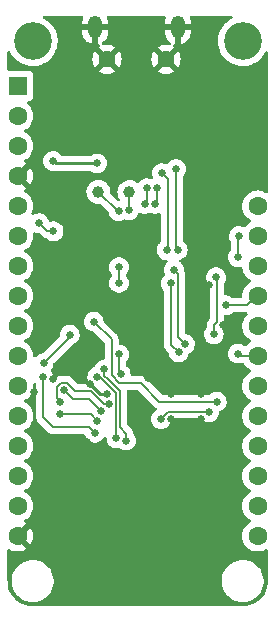
<source format=gbr>
%TF.GenerationSoftware,KiCad,Pcbnew,(6.0.0)*%
%TF.CreationDate,2022-01-23T09:41:53-05:00*%
%TF.ProjectId,Feather-SAMD21-MIC39100,46656174-6865-4722-9d53-414d4432312d,rev?*%
%TF.SameCoordinates,Original*%
%TF.FileFunction,Copper,L2,Bot*%
%TF.FilePolarity,Positive*%
%FSLAX46Y46*%
G04 Gerber Fmt 4.6, Leading zero omitted, Abs format (unit mm)*
G04 Created by KiCad (PCBNEW (6.0.0)) date 2022-01-23 09:41:53*
%MOMM*%
%LPD*%
G01*
G04 APERTURE LIST*
%TA.AperFunction,WasherPad*%
%ADD10C,3.200000*%
%TD*%
%TA.AperFunction,ComponentPad*%
%ADD11R,1.600000X1.600000*%
%TD*%
%TA.AperFunction,ComponentPad*%
%ADD12C,1.600000*%
%TD*%
%TA.AperFunction,ComponentPad*%
%ADD13C,1.450000*%
%TD*%
%TA.AperFunction,ComponentPad*%
%ADD14O,1.200000X1.900000*%
%TD*%
%TA.AperFunction,SMDPad,CuDef*%
%ADD15C,1.000000*%
%TD*%
%TA.AperFunction,ViaPad*%
%ADD16C,0.660400*%
%TD*%
%TA.AperFunction,Conductor*%
%ADD17C,0.254000*%
%TD*%
%TA.AperFunction,Conductor*%
%ADD18C,0.152400*%
%TD*%
G04 APERTURE END LIST*
D10*
%TO.P,A1,*%
%TO.N,*%
X68326000Y-52705000D03*
X50546000Y-52705000D03*
D11*
%TO.P,A1,1,~{RESET}*%
%TO.N,/~RESET*%
X49276000Y-56515000D03*
D12*
%TO.P,A1,2,3V3*%
%TO.N,+3V3*%
X49276000Y-59055000D03*
%TO.P,A1,3,AREF*%
%TO.N,/AREF*%
X49276000Y-61595000D03*
%TO.P,A1,4,GND*%
%TO.N,GND*%
X49276000Y-64135000D03*
%TO.P,A1,5,DAC0/A0*%
%TO.N,/A0*%
X49276000Y-66675000D03*
%TO.P,A1,6,A1*%
%TO.N,/A1*%
X49276000Y-69215000D03*
%TO.P,A1,7,A2*%
%TO.N,/A2*%
X49276000Y-71755000D03*
%TO.P,A1,8,A3*%
%TO.N,/A3*%
X49276000Y-74295000D03*
%TO.P,A1,9,A4*%
%TO.N,/A4*%
X49276000Y-76835000D03*
%TO.P,A1,10,A5*%
%TO.N,/A5*%
X49276000Y-79375000D03*
%TO.P,A1,11,SCK/D24*%
%TO.N,/SCK*%
X49276000Y-81915000D03*
%TO.P,A1,12,MOSI/D23*%
%TO.N,/MOSI*%
X49276000Y-84455000D03*
%TO.P,A1,13,MISO/D22*%
%TO.N,/MISO*%
X49276000Y-86995000D03*
%TO.P,A1,14,RX/D0*%
%TO.N,/D0*%
X49276000Y-89535000D03*
%TO.P,A1,15,TX/D1*%
%TO.N,/D1*%
X49276000Y-92075000D03*
%TO.P,A1,16,GND*%
%TO.N,GND*%
X49276000Y-94615000D03*
%TO.P,A1,17,SDA/D20*%
%TO.N,/SDA*%
X69596000Y-94615000D03*
%TO.P,A1,18,SCL/D21*%
%TO.N,/SCL*%
X69596000Y-92075000D03*
%TO.P,A1,19,D5*%
%TO.N,/D5*%
X69596000Y-89535000D03*
%TO.P,A1,20,D6*%
%TO.N,/D6*%
X69596000Y-86995000D03*
%TO.P,A1,21,D9*%
%TO.N,/D9*%
X69596000Y-84455000D03*
%TO.P,A1,22,D10*%
%TO.N,/D10*%
X69596000Y-81915000D03*
%TO.P,A1,23,D11*%
%TO.N,/D11*%
X69596000Y-79375000D03*
%TO.P,A1,24,D12*%
%TO.N,/D12*%
X69596000Y-76835000D03*
%TO.P,A1,25,D13*%
%TO.N,/D13*%
X69596000Y-74295000D03*
%TO.P,A1,26,USB*%
%TO.N,VBUS*%
X69596000Y-71755000D03*
%TO.P,A1,27,EN*%
%TO.N,/EN*%
X69596000Y-69215000D03*
%TO.P,A1,28,VBAT*%
%TO.N,/VBAT*%
X69596000Y-66675000D03*
%TD*%
D13*
%TO.P,J1,6,Shield*%
%TO.N,GND*%
X56828500Y-54249500D03*
D14*
X55828500Y-51549500D03*
D13*
X61828500Y-54249500D03*
D14*
X62828500Y-51549500D03*
%TD*%
D15*
%TO.P,SWDIO,1,1*%
%TO.N,/SWDIO*%
X56108600Y-65481200D03*
%TD*%
%TO.P,SWCLK,1,1*%
%TO.N,/SWCLK*%
X58724800Y-65506600D03*
%TD*%
D16*
%TO.N,GND*%
X65024000Y-76454000D03*
X60350400Y-70129400D03*
X50673000Y-82423000D03*
X56794400Y-82575400D03*
X55143400Y-86639400D03*
X66675000Y-76733400D03*
X51689000Y-88036400D03*
X60299600Y-81280000D03*
X52273200Y-81356200D03*
X55397400Y-81737200D03*
X55092600Y-79298800D03*
X65506600Y-73406000D03*
X53517800Y-86309200D03*
X65938400Y-70510400D03*
X60325000Y-84048600D03*
X51181000Y-86182200D03*
X69011800Y-56870600D03*
X60198000Y-58928000D03*
X65887600Y-53873400D03*
X62255400Y-82626200D03*
X52857400Y-53644800D03*
X62255400Y-84709000D03*
X57200800Y-70358000D03*
X52324000Y-64262000D03*
X64820800Y-84683600D03*
X67132200Y-73406000D03*
X64820800Y-82626200D03*
%TO.N,/D1*%
X57835800Y-79248000D03*
X57988200Y-80924400D03*
%TO.N,/MISO*%
X52857400Y-84328000D03*
X56007000Y-84886800D03*
%TO.N,/MOSI*%
X52857400Y-83261200D03*
X56972200Y-83464400D03*
%TO.N,/SCK*%
X56286400Y-84048600D03*
X53162200Y-82245200D03*
%TO.N,/A5*%
X57835800Y-71864300D03*
X57835800Y-73177700D03*
%TO.N,/A0*%
X52301189Y-68808600D03*
X51089389Y-68122800D03*
%TO.N,+3V3*%
X55995193Y-63071611D03*
X52273200Y-62865000D03*
%TO.N,/~RESET*%
X61057903Y-65180100D03*
X60874561Y-66493500D03*
%TO.N,/D13*%
X67990258Y-69220542D03*
X67912442Y-71000158D03*
X66878200Y-75082400D03*
%TO.N,/D11*%
X67897900Y-79171800D03*
%TO.N,/D9*%
X55706168Y-76457968D03*
X66116200Y-83235800D03*
%TO.N,/SCL*%
X63423800Y-78359000D03*
X62509400Y-72085200D03*
%TO.N,/SDA*%
X62890400Y-79070200D03*
X62230000Y-73228200D03*
%TO.N,Net-(C5-Pad1)*%
X60198000Y-65180100D03*
X60014658Y-66493500D03*
%TO.N,/D-*%
X61468000Y-63906400D03*
X61874400Y-70408800D03*
%TO.N,/D+*%
X62687200Y-63550800D03*
X62814200Y-70383400D03*
%TO.N,/D8*%
X51435000Y-81153000D03*
X53670200Y-77571600D03*
X55800100Y-85877400D03*
X51460400Y-79980900D03*
%TO.N,/D3*%
X56614696Y-80518000D03*
X58468759Y-86535278D03*
%TO.N,/D4*%
X56008796Y-81132532D03*
X57632600Y-86334600D03*
%TO.N,/D7*%
X66065400Y-72720200D03*
X65862200Y-77546200D03*
X65477500Y-84122817D03*
X61395497Y-84709000D03*
%TO.N,/SWCLK*%
X58664300Y-67030600D03*
%TO.N,/SWDIO*%
X57807404Y-67102443D03*
%TD*%
D17*
%TO.N,GND*%
X55401421Y-81737200D02*
X56239621Y-82575400D01*
X55397400Y-81737200D02*
X55401421Y-81737200D01*
X56239621Y-82575400D02*
X56794400Y-82575400D01*
D18*
%TO.N,/D1*%
X57835800Y-80772000D02*
X57988200Y-80924400D01*
X57835800Y-79248000D02*
X57835800Y-80772000D01*
%TO.N,/MISO*%
X56007000Y-84886800D02*
X55448200Y-84328000D01*
X55448200Y-84328000D02*
X52857400Y-84328000D01*
%TO.N,/MOSI*%
X52556289Y-81994222D02*
X52556289Y-82960089D01*
X52556289Y-82960089D02*
X52857400Y-83261200D01*
X56559089Y-83464400D02*
X56972200Y-83464400D01*
X53419889Y-81639289D02*
X54123711Y-82343111D01*
X54123711Y-82343111D02*
X55437800Y-82343111D01*
X55437800Y-82343111D02*
X56559089Y-83464400D01*
X52911222Y-81639289D02*
X53419889Y-81639289D01*
X52911222Y-81639289D02*
X52556289Y-81994222D01*
%TO.N,/SCK*%
X56286400Y-84048600D02*
X55270400Y-83032600D01*
X55270400Y-83032600D02*
X53949600Y-83032600D01*
X53949600Y-83032600D02*
X53162200Y-82245200D01*
%TO.N,/A5*%
X57835800Y-71864300D02*
X57835800Y-73177700D01*
%TO.N,/A0*%
X52301189Y-68808600D02*
X51775189Y-68808600D01*
X51775189Y-68808600D02*
X51089389Y-68122800D01*
D17*
%TO.N,+3V3*%
X52479811Y-63071611D02*
X52273200Y-62865000D01*
X55995193Y-63071611D02*
X52479811Y-63071611D01*
D18*
%TO.N,/~RESET*%
X61057903Y-65180100D02*
X61057903Y-66310158D01*
X61057903Y-66310158D02*
X60874561Y-66493500D01*
%TO.N,/D13*%
X66878200Y-75082400D02*
X68656200Y-75082400D01*
X69443600Y-74295000D02*
X69596000Y-74295000D01*
X67912442Y-69298358D02*
X67990258Y-69220542D01*
X68656200Y-75082400D02*
X69443600Y-74295000D01*
X67912442Y-71000158D02*
X67912442Y-69298358D01*
X69418200Y-74295000D02*
X69596000Y-74295000D01*
%TO.N,/D11*%
X68101100Y-79375000D02*
X69596000Y-79375000D01*
X67897900Y-79171800D02*
X68101100Y-79375000D01*
%TO.N,/D9*%
X55706168Y-76457968D02*
X57220607Y-77972407D01*
X57220607Y-81013696D02*
X57860858Y-81653947D01*
X59686647Y-81653947D02*
X61264811Y-83232111D01*
X61264811Y-83232111D02*
X66112511Y-83232111D01*
X57860858Y-81653947D02*
X59686647Y-81653947D01*
X57220607Y-77972407D02*
X57220607Y-81013696D01*
X66112511Y-83232111D02*
X66116200Y-83235800D01*
%TO.N,/SCL*%
X62839600Y-72415400D02*
X62839600Y-77774800D01*
X62839600Y-77774800D02*
X63423800Y-78359000D01*
X62509400Y-72085200D02*
X62839600Y-72415400D01*
%TO.N,/SDA*%
X62890400Y-79070200D02*
X62230000Y-78409800D01*
X62230000Y-78409800D02*
X62230000Y-73228200D01*
%TO.N,Net-(C5-Pad1)*%
X60198000Y-65180100D02*
X60198000Y-66310158D01*
X60198000Y-66310158D02*
X60014658Y-66493500D01*
%TO.N,/D-*%
X61976000Y-64414400D02*
X61976000Y-70307200D01*
X61468000Y-63906400D02*
X61976000Y-64414400D01*
X61976000Y-70307200D02*
X61874400Y-70408800D01*
%TO.N,/D+*%
X62687200Y-70256400D02*
X62814200Y-70383400D01*
X62687200Y-63550800D02*
X62687200Y-70256400D01*
%TO.N,/D8*%
X51435000Y-84582000D02*
X52273200Y-85420200D01*
X55800100Y-85877400D02*
X55342900Y-85420200D01*
X53670200Y-77571600D02*
X53670200Y-77771100D01*
X53670200Y-77771100D02*
X51460400Y-79980900D01*
X51435000Y-84582000D02*
X51435000Y-81153000D01*
X55342900Y-85420200D02*
X52273200Y-85420200D01*
%TO.N,/D3*%
X56925590Y-81352011D02*
X57930031Y-82356452D01*
X56614696Y-80518000D02*
X56614696Y-81041117D01*
X57930031Y-85420200D02*
X58468759Y-85958928D01*
X57930031Y-82356452D02*
X57930031Y-85420200D01*
X56614696Y-81041117D02*
X56925590Y-81352011D01*
X58468759Y-85958928D02*
X58468759Y-86535278D01*
%TO.N,/D4*%
X56208421Y-81132532D02*
X57578111Y-82502222D01*
X57578111Y-82502222D02*
X57578111Y-86280111D01*
X56008796Y-81132532D02*
X56208421Y-81132532D01*
X57578111Y-86280111D02*
X57632600Y-86334600D01*
%TO.N,/D7*%
X66112511Y-76483089D02*
X65862200Y-76733400D01*
X66065400Y-72720200D02*
X66112511Y-72767311D01*
X65862200Y-76733400D02*
X65862200Y-77546200D01*
X65477500Y-84122817D02*
X65432372Y-84077689D01*
X66112511Y-72767311D02*
X66112511Y-76483089D01*
X65432372Y-84077689D02*
X62026808Y-84077689D01*
X62026808Y-84077689D02*
X61395497Y-84709000D01*
%TO.N,/SWCLK*%
X58674000Y-67020900D02*
X58664300Y-67030600D01*
X58724800Y-65506600D02*
X58674000Y-65557400D01*
X58674000Y-65557400D02*
X58674000Y-67020900D01*
%TO.N,/SWDIO*%
X57807404Y-67102443D02*
X57729843Y-67102443D01*
X57729843Y-67102443D02*
X56108600Y-65481200D01*
%TD*%
%TA.AperFunction,Conductor*%
%TO.N,GND*%
G36*
X54771906Y-50583002D02*
G01*
X54818399Y-50636658D01*
X54828503Y-50706932D01*
X54820651Y-50736098D01*
X54763539Y-50877811D01*
X54760145Y-50889270D01*
X54721643Y-51086428D01*
X54720566Y-51095291D01*
X54720500Y-51098000D01*
X54720500Y-51277385D01*
X54724975Y-51292624D01*
X54726365Y-51293829D01*
X54734048Y-51295500D01*
X56918385Y-51295500D01*
X56933624Y-51291025D01*
X56934829Y-51289635D01*
X56936500Y-51281952D01*
X56936500Y-51149668D01*
X56936215Y-51143692D01*
X56922029Y-50995006D01*
X56919770Y-50983272D01*
X56863628Y-50791901D01*
X56859200Y-50780830D01*
X56841618Y-50746693D01*
X56828209Y-50676974D01*
X56854622Y-50611073D01*
X56912470Y-50569914D01*
X56953634Y-50563000D01*
X61703785Y-50563000D01*
X61771906Y-50583002D01*
X61818399Y-50636658D01*
X61828503Y-50706932D01*
X61820651Y-50736098D01*
X61763539Y-50877811D01*
X61760145Y-50889270D01*
X61721643Y-51086428D01*
X61720566Y-51095291D01*
X61720500Y-51098000D01*
X61720500Y-51277385D01*
X61724975Y-51292624D01*
X61726365Y-51293829D01*
X61734048Y-51295500D01*
X63918385Y-51295500D01*
X63933624Y-51291025D01*
X63934829Y-51289635D01*
X63936500Y-51281952D01*
X63936500Y-51149668D01*
X63936215Y-51143692D01*
X63922029Y-50995006D01*
X63919770Y-50983272D01*
X63863628Y-50791901D01*
X63859200Y-50780830D01*
X63841618Y-50746693D01*
X63828209Y-50676974D01*
X63854622Y-50611073D01*
X63912470Y-50569914D01*
X63953634Y-50563000D01*
X67357006Y-50563000D01*
X67425127Y-50583002D01*
X67471620Y-50636658D01*
X67481724Y-50706932D01*
X67452230Y-50771512D01*
X67406442Y-50804896D01*
X67366524Y-50821923D01*
X67273142Y-50877811D01*
X67123521Y-50967357D01*
X67123517Y-50967360D01*
X67119839Y-50969561D01*
X66895472Y-51149313D01*
X66856504Y-51190377D01*
X66758332Y-51293829D01*
X66697577Y-51357851D01*
X66529814Y-51591317D01*
X66395288Y-51845392D01*
X66296489Y-52115373D01*
X66235245Y-52396264D01*
X66212689Y-52682869D01*
X66229238Y-52969883D01*
X66230063Y-52974088D01*
X66230064Y-52974096D01*
X66248255Y-53066815D01*
X66284586Y-53251995D01*
X66285973Y-53256045D01*
X66285974Y-53256050D01*
X66376321Y-53519930D01*
X66377710Y-53523986D01*
X66506885Y-53780822D01*
X66669721Y-54017750D01*
X66863206Y-54230388D01*
X66866501Y-54233143D01*
X66866502Y-54233144D01*
X66917258Y-54275582D01*
X67083759Y-54414798D01*
X67327298Y-54567571D01*
X67589318Y-54685877D01*
X67593437Y-54687097D01*
X67860857Y-54766311D01*
X67860862Y-54766312D01*
X67864970Y-54767529D01*
X67869204Y-54768177D01*
X67869209Y-54768178D01*
X68117811Y-54806219D01*
X68149153Y-54811015D01*
X68295485Y-54813314D01*
X68432317Y-54815464D01*
X68432323Y-54815464D01*
X68436608Y-54815531D01*
X68440860Y-54815016D01*
X68440868Y-54815016D01*
X68717756Y-54781508D01*
X68717761Y-54781507D01*
X68722017Y-54780992D01*
X69000097Y-54708039D01*
X69265704Y-54598021D01*
X69513922Y-54452974D01*
X69740159Y-54275582D01*
X69764338Y-54250632D01*
X69937244Y-54072206D01*
X69940227Y-54069128D01*
X69942760Y-54065680D01*
X69942764Y-54065675D01*
X70107887Y-53840886D01*
X70110425Y-53837431D01*
X70231269Y-53614864D01*
X70281352Y-53564542D01*
X70350690Y-53549286D01*
X70417269Y-53573938D01*
X70459951Y-53630673D01*
X70468000Y-53674986D01*
X70468000Y-65446154D01*
X70447998Y-65514275D01*
X70394342Y-65560768D01*
X70324068Y-65570872D01*
X70269730Y-65549367D01*
X70252749Y-65537477D01*
X70247767Y-65535154D01*
X70247762Y-65535151D01*
X70050225Y-65443039D01*
X70050224Y-65443039D01*
X70045243Y-65440716D01*
X70039935Y-65439294D01*
X70039933Y-65439293D01*
X69829402Y-65382881D01*
X69829400Y-65382881D01*
X69824087Y-65381457D01*
X69596000Y-65361502D01*
X69367913Y-65381457D01*
X69362600Y-65382881D01*
X69362598Y-65382881D01*
X69152067Y-65439293D01*
X69152065Y-65439294D01*
X69146757Y-65440716D01*
X69141776Y-65443039D01*
X69141775Y-65443039D01*
X68944238Y-65535151D01*
X68944233Y-65535154D01*
X68939251Y-65537477D01*
X68889869Y-65572055D01*
X68756211Y-65665643D01*
X68756208Y-65665645D01*
X68751700Y-65668802D01*
X68589802Y-65830700D01*
X68458477Y-66018251D01*
X68456154Y-66023233D01*
X68456151Y-66023238D01*
X68436034Y-66066380D01*
X68361716Y-66225757D01*
X68360294Y-66231065D01*
X68360293Y-66231067D01*
X68312395Y-66409824D01*
X68302457Y-66446913D01*
X68282502Y-66675000D01*
X68302457Y-66903087D01*
X68361716Y-67124243D01*
X68364039Y-67129224D01*
X68364039Y-67129225D01*
X68456151Y-67326762D01*
X68456154Y-67326767D01*
X68458477Y-67331749D01*
X68531902Y-67436611D01*
X68576990Y-67501002D01*
X68589802Y-67519300D01*
X68751700Y-67681198D01*
X68756208Y-67684355D01*
X68756211Y-67684357D01*
X68820185Y-67729152D01*
X68939251Y-67812523D01*
X68944233Y-67814846D01*
X68944238Y-67814849D01*
X68978457Y-67830805D01*
X69031742Y-67877722D01*
X69051203Y-67945999D01*
X69030661Y-68013959D01*
X68978457Y-68059195D01*
X68944238Y-68075151D01*
X68944233Y-68075154D01*
X68939251Y-68077477D01*
X68889869Y-68112055D01*
X68756211Y-68205643D01*
X68756208Y-68205645D01*
X68751700Y-68208802D01*
X68589802Y-68370700D01*
X68586644Y-68375210D01*
X68586639Y-68375216D01*
X68543310Y-68437097D01*
X68487853Y-68481426D01*
X68417234Y-68488735D01*
X68388849Y-68479934D01*
X68256894Y-68421184D01*
X68256891Y-68421183D01*
X68250858Y-68418497D01*
X68214408Y-68410749D01*
X68084866Y-68383214D01*
X68084862Y-68383214D01*
X68078409Y-68381842D01*
X67902107Y-68381842D01*
X67895654Y-68383214D01*
X67895650Y-68383214D01*
X67766108Y-68410749D01*
X67729658Y-68418497D01*
X67723625Y-68421183D01*
X67723622Y-68421184D01*
X67574630Y-68487519D01*
X67574627Y-68487521D01*
X67568598Y-68490205D01*
X67425967Y-68593833D01*
X67307998Y-68724851D01*
X67219847Y-68877533D01*
X67204028Y-68926218D01*
X67175078Y-69015320D01*
X67165367Y-69045206D01*
X67146938Y-69220542D01*
X67165367Y-69395878D01*
X67167407Y-69402156D01*
X67167407Y-69402157D01*
X67180706Y-69443087D01*
X67219847Y-69563551D01*
X67223150Y-69569273D01*
X67223151Y-69569274D01*
X67307998Y-69716233D01*
X67306521Y-69717086D01*
X67327536Y-69775971D01*
X67327742Y-69783173D01*
X67327742Y-70347749D01*
X67307740Y-70415870D01*
X67295379Y-70432058D01*
X67230182Y-70504467D01*
X67226879Y-70510188D01*
X67151489Y-70640768D01*
X67142031Y-70657149D01*
X67087551Y-70824822D01*
X67086861Y-70831385D01*
X67086861Y-70831386D01*
X67069812Y-70993593D01*
X67069122Y-71000158D01*
X67069812Y-71006723D01*
X67075505Y-71060882D01*
X67087551Y-71175494D01*
X67142031Y-71343167D01*
X67145334Y-71348889D01*
X67145335Y-71348890D01*
X67153886Y-71363701D01*
X67230182Y-71495849D01*
X67234600Y-71500756D01*
X67234601Y-71500757D01*
X67314514Y-71589509D01*
X67348151Y-71626867D01*
X67490782Y-71730495D01*
X67496811Y-71733179D01*
X67496814Y-71733181D01*
X67645806Y-71799516D01*
X67645809Y-71799517D01*
X67651842Y-71802203D01*
X67688292Y-71809951D01*
X67817834Y-71837486D01*
X67817838Y-71837486D01*
X67824291Y-71838858D01*
X68000593Y-71838858D01*
X68007046Y-71837486D01*
X68007050Y-71837486D01*
X68145252Y-71808110D01*
X68216043Y-71813512D01*
X68272676Y-71856329D01*
X68296969Y-71920375D01*
X68301975Y-71977595D01*
X68301978Y-71977612D01*
X68302457Y-71983087D01*
X68303881Y-71988400D01*
X68303881Y-71988402D01*
X68338877Y-72119006D01*
X68361716Y-72204243D01*
X68364039Y-72209224D01*
X68364039Y-72209225D01*
X68456151Y-72406762D01*
X68456154Y-72406767D01*
X68458477Y-72411749D01*
X68484272Y-72448588D01*
X68556282Y-72551428D01*
X68589802Y-72599300D01*
X68751700Y-72761198D01*
X68756208Y-72764355D01*
X68756211Y-72764357D01*
X68834389Y-72819098D01*
X68939251Y-72892523D01*
X68944233Y-72894846D01*
X68944238Y-72894849D01*
X68978457Y-72910805D01*
X69031742Y-72957722D01*
X69051203Y-73025999D01*
X69030661Y-73093959D01*
X68978457Y-73139195D01*
X68944238Y-73155151D01*
X68944233Y-73155154D01*
X68939251Y-73157477D01*
X68848818Y-73220799D01*
X68756211Y-73285643D01*
X68756208Y-73285645D01*
X68751700Y-73288802D01*
X68589802Y-73450700D01*
X68458477Y-73638251D01*
X68456154Y-73643233D01*
X68456151Y-73643238D01*
X68416254Y-73728799D01*
X68361716Y-73845757D01*
X68360294Y-73851065D01*
X68360293Y-73851067D01*
X68315992Y-74016400D01*
X68302457Y-74066913D01*
X68282502Y-74295000D01*
X68282981Y-74300475D01*
X68282981Y-74300486D01*
X68288251Y-74360718D01*
X68274263Y-74430322D01*
X68224864Y-74481315D01*
X68162731Y-74497700D01*
X67536414Y-74497700D01*
X67468293Y-74477698D01*
X67452493Y-74464263D01*
X67451815Y-74465016D01*
X67446913Y-74460603D01*
X67442491Y-74455691D01*
X67299860Y-74352063D01*
X67293831Y-74349379D01*
X67293828Y-74349377D01*
X67144836Y-74283042D01*
X67144833Y-74283041D01*
X67138800Y-74280355D01*
X67102350Y-74272607D01*
X66972808Y-74245072D01*
X66972804Y-74245072D01*
X66966351Y-74243700D01*
X66823211Y-74243700D01*
X66755090Y-74223698D01*
X66708597Y-74170042D01*
X66697211Y-74117700D01*
X66697211Y-73320287D01*
X66717213Y-73252166D01*
X66729576Y-73235976D01*
X66743237Y-73220804D01*
X66743241Y-73220799D01*
X66747660Y-73215891D01*
X66782728Y-73155151D01*
X66832507Y-73068932D01*
X66832508Y-73068931D01*
X66835811Y-73063209D01*
X66870632Y-72956041D01*
X66888251Y-72901815D01*
X66888251Y-72901814D01*
X66890291Y-72895536D01*
X66908720Y-72720200D01*
X66895835Y-72597612D01*
X66890981Y-72551428D01*
X66890981Y-72551427D01*
X66890291Y-72544864D01*
X66883932Y-72525291D01*
X66848226Y-72415400D01*
X66835811Y-72377191D01*
X66747660Y-72224509D01*
X66729413Y-72204243D01*
X66634113Y-72098402D01*
X66634112Y-72098401D01*
X66629691Y-72093491D01*
X66487060Y-71989863D01*
X66481031Y-71987179D01*
X66481028Y-71987177D01*
X66332036Y-71920842D01*
X66332033Y-71920841D01*
X66326000Y-71918155D01*
X66286994Y-71909864D01*
X66160008Y-71882872D01*
X66160004Y-71882872D01*
X66153551Y-71881500D01*
X65977249Y-71881500D01*
X65970796Y-71882872D01*
X65970792Y-71882872D01*
X65843806Y-71909864D01*
X65804800Y-71918155D01*
X65798767Y-71920841D01*
X65798764Y-71920842D01*
X65649772Y-71987177D01*
X65649769Y-71987179D01*
X65643740Y-71989863D01*
X65501109Y-72093491D01*
X65496688Y-72098401D01*
X65496687Y-72098402D01*
X65401388Y-72204243D01*
X65383140Y-72224509D01*
X65294989Y-72377191D01*
X65282574Y-72415400D01*
X65246869Y-72525291D01*
X65240509Y-72544864D01*
X65239819Y-72551427D01*
X65239819Y-72551428D01*
X65234965Y-72597612D01*
X65222080Y-72720200D01*
X65240509Y-72895536D01*
X65242549Y-72901814D01*
X65242549Y-72901815D01*
X65260168Y-72956041D01*
X65294989Y-73063209D01*
X65298292Y-73068931D01*
X65298293Y-73068932D01*
X65329134Y-73122349D01*
X65383140Y-73215891D01*
X65387558Y-73220798D01*
X65387559Y-73220799D01*
X65495447Y-73340621D01*
X65526165Y-73404628D01*
X65527811Y-73424931D01*
X65527811Y-76188709D01*
X65507809Y-76256830D01*
X65490906Y-76277804D01*
X65481697Y-76287013D01*
X65469306Y-76297880D01*
X65445187Y-76316387D01*
X65391958Y-76385757D01*
X65351466Y-76438527D01*
X65348306Y-76446156D01*
X65343414Y-76457968D01*
X65337353Y-76472600D01*
X65292550Y-76580763D01*
X65277500Y-76695079D01*
X65272455Y-76733400D01*
X65273533Y-76741588D01*
X65276422Y-76763533D01*
X65277500Y-76779979D01*
X65277500Y-76893791D01*
X65257498Y-76961912D01*
X65245137Y-76978100D01*
X65179940Y-77050509D01*
X65091789Y-77203191D01*
X65089747Y-77209476D01*
X65049426Y-77333573D01*
X65037309Y-77370864D01*
X65018880Y-77546200D01*
X65037309Y-77721536D01*
X65091789Y-77889209D01*
X65179940Y-78041891D01*
X65184358Y-78046798D01*
X65184359Y-78046799D01*
X65237663Y-78105999D01*
X65297909Y-78172909D01*
X65361616Y-78219195D01*
X65403143Y-78249366D01*
X65440540Y-78276537D01*
X65446569Y-78279221D01*
X65446572Y-78279223D01*
X65595564Y-78345558D01*
X65595567Y-78345559D01*
X65601600Y-78348245D01*
X65638050Y-78355993D01*
X65767592Y-78383528D01*
X65767596Y-78383528D01*
X65774049Y-78384900D01*
X65950351Y-78384900D01*
X65956804Y-78383528D01*
X65956808Y-78383528D01*
X66086350Y-78355993D01*
X66122800Y-78348245D01*
X66128833Y-78345559D01*
X66128836Y-78345558D01*
X66277828Y-78279223D01*
X66277831Y-78279221D01*
X66283860Y-78276537D01*
X66321258Y-78249366D01*
X66362784Y-78219195D01*
X66426491Y-78172909D01*
X66486737Y-78105999D01*
X66540041Y-78046799D01*
X66540042Y-78046798D01*
X66544460Y-78041891D01*
X66632611Y-77889209D01*
X66687091Y-77721536D01*
X66705520Y-77546200D01*
X66687091Y-77370864D01*
X66674975Y-77333573D01*
X66634653Y-77209476D01*
X66632611Y-77203191D01*
X66544460Y-77050509D01*
X66540041Y-77045601D01*
X66536159Y-77040258D01*
X66538582Y-77038498D01*
X66513492Y-76986240D01*
X66522244Y-76915785D01*
X66537880Y-76889212D01*
X66594162Y-76815864D01*
X66594162Y-76815863D01*
X66618219Y-76784512D01*
X66623245Y-76777962D01*
X66626728Y-76769555D01*
X66678997Y-76643363D01*
X66680886Y-76638803D01*
X66682161Y-76635726D01*
X66697211Y-76521410D01*
X66697211Y-76521408D01*
X66702256Y-76483089D01*
X66698289Y-76452956D01*
X66697211Y-76436510D01*
X66697211Y-76047100D01*
X66717213Y-75978979D01*
X66770869Y-75932486D01*
X66823211Y-75921100D01*
X66966351Y-75921100D01*
X66972804Y-75919728D01*
X66972808Y-75919728D01*
X67102350Y-75892193D01*
X67138800Y-75884445D01*
X67144833Y-75881759D01*
X67144836Y-75881758D01*
X67293828Y-75815423D01*
X67293831Y-75815421D01*
X67299860Y-75812737D01*
X67442491Y-75709109D01*
X67446913Y-75704197D01*
X67451815Y-75699784D01*
X67453812Y-75702002D01*
X67503176Y-75671563D01*
X67536414Y-75667100D01*
X68609212Y-75667100D01*
X68677333Y-75687102D01*
X68723826Y-75740758D01*
X68733930Y-75811032D01*
X68704436Y-75875612D01*
X68698307Y-75882195D01*
X68589802Y-75990700D01*
X68458477Y-76178251D01*
X68456154Y-76183233D01*
X68456151Y-76183238D01*
X68391009Y-76322938D01*
X68361716Y-76385757D01*
X68360294Y-76391065D01*
X68360293Y-76391067D01*
X68311508Y-76573134D01*
X68302457Y-76606913D01*
X68282502Y-76835000D01*
X68302457Y-77063087D01*
X68303881Y-77068400D01*
X68303881Y-77068402D01*
X68355224Y-77260013D01*
X68361716Y-77284243D01*
X68364039Y-77289224D01*
X68364039Y-77289225D01*
X68456151Y-77486762D01*
X68456154Y-77486767D01*
X68458477Y-77491749D01*
X68518986Y-77578165D01*
X68580839Y-77666499D01*
X68589802Y-77679300D01*
X68751700Y-77841198D01*
X68756208Y-77844355D01*
X68756211Y-77844357D01*
X68791444Y-77869027D01*
X68939251Y-77972523D01*
X68944233Y-77974846D01*
X68944238Y-77974849D01*
X68978457Y-77990805D01*
X69031742Y-78037722D01*
X69051203Y-78105999D01*
X69030661Y-78173959D01*
X68978457Y-78219195D01*
X68944238Y-78235151D01*
X68944233Y-78235154D01*
X68939251Y-78237477D01*
X68847193Y-78301937D01*
X68756211Y-78365643D01*
X68756208Y-78365645D01*
X68751700Y-78368802D01*
X68603862Y-78516640D01*
X68541550Y-78550666D01*
X68470735Y-78545601D01*
X68440706Y-78529481D01*
X68324902Y-78445344D01*
X68324901Y-78445343D01*
X68319560Y-78441463D01*
X68313531Y-78438779D01*
X68313528Y-78438777D01*
X68164536Y-78372442D01*
X68164533Y-78372441D01*
X68158500Y-78369755D01*
X68122050Y-78362007D01*
X67992508Y-78334472D01*
X67992504Y-78334472D01*
X67986051Y-78333100D01*
X67809749Y-78333100D01*
X67803296Y-78334472D01*
X67803292Y-78334472D01*
X67673750Y-78362007D01*
X67637300Y-78369755D01*
X67631267Y-78372441D01*
X67631264Y-78372442D01*
X67482272Y-78438777D01*
X67482269Y-78438779D01*
X67476240Y-78441463D01*
X67333609Y-78545091D01*
X67329188Y-78550001D01*
X67329187Y-78550002D01*
X67267492Y-78618522D01*
X67215640Y-78676109D01*
X67127489Y-78828791D01*
X67073009Y-78996464D01*
X67054580Y-79171800D01*
X67055270Y-79178365D01*
X67062859Y-79250563D01*
X67073009Y-79347136D01*
X67075049Y-79353414D01*
X67075049Y-79353415D01*
X67084520Y-79382563D01*
X67127489Y-79514809D01*
X67215640Y-79667491D01*
X67220058Y-79672398D01*
X67220059Y-79672399D01*
X67284251Y-79743691D01*
X67333609Y-79798509D01*
X67476240Y-79902137D01*
X67482269Y-79904821D01*
X67482272Y-79904823D01*
X67631264Y-79971158D01*
X67631267Y-79971159D01*
X67637300Y-79973845D01*
X67664855Y-79979702D01*
X67803292Y-80009128D01*
X67803296Y-80009128D01*
X67809749Y-80010500D01*
X67986051Y-80010500D01*
X67992504Y-80009128D01*
X67992508Y-80009128D01*
X68072275Y-79992173D01*
X68158500Y-79973845D01*
X68164533Y-79971159D01*
X68164539Y-79971157D01*
X68165804Y-79970594D01*
X68167159Y-79970306D01*
X68170812Y-79969119D01*
X68170937Y-79969503D01*
X68217053Y-79959700D01*
X68344687Y-79959700D01*
X68412808Y-79979702D01*
X68453806Y-80022700D01*
X68456153Y-80026764D01*
X68458477Y-80031749D01*
X68461631Y-80036253D01*
X68564599Y-80183306D01*
X68589802Y-80219300D01*
X68751700Y-80381198D01*
X68756208Y-80384355D01*
X68756211Y-80384357D01*
X68827719Y-80434427D01*
X68939251Y-80512523D01*
X68944233Y-80514846D01*
X68944238Y-80514849D01*
X68978457Y-80530805D01*
X69031742Y-80577722D01*
X69051203Y-80645999D01*
X69030661Y-80713959D01*
X68978457Y-80759195D01*
X68944238Y-80775151D01*
X68944233Y-80775154D01*
X68939251Y-80777477D01*
X68834389Y-80850902D01*
X68756211Y-80905643D01*
X68756208Y-80905645D01*
X68751700Y-80908802D01*
X68589802Y-81070700D01*
X68586645Y-81075208D01*
X68586643Y-81075211D01*
X68549291Y-81128555D01*
X68458477Y-81258251D01*
X68456154Y-81263233D01*
X68456151Y-81263238D01*
X68451392Y-81273444D01*
X68361716Y-81465757D01*
X68360294Y-81471065D01*
X68360293Y-81471067D01*
X68310318Y-81657574D01*
X68302457Y-81686913D01*
X68282502Y-81915000D01*
X68302457Y-82143087D01*
X68361716Y-82364243D01*
X68364039Y-82369224D01*
X68364039Y-82369225D01*
X68456151Y-82566762D01*
X68456154Y-82566767D01*
X68458477Y-82571749D01*
X68497402Y-82627339D01*
X68572928Y-82735201D01*
X68589802Y-82759300D01*
X68751700Y-82921198D01*
X68756208Y-82924355D01*
X68756211Y-82924357D01*
X68834389Y-82979098D01*
X68939251Y-83052523D01*
X68944233Y-83054846D01*
X68944238Y-83054849D01*
X68978457Y-83070805D01*
X69031742Y-83117722D01*
X69051203Y-83185999D01*
X69030661Y-83253959D01*
X68978457Y-83299195D01*
X68944238Y-83315151D01*
X68944233Y-83315154D01*
X68939251Y-83317477D01*
X68889869Y-83352055D01*
X68756211Y-83445643D01*
X68756208Y-83445645D01*
X68751700Y-83448802D01*
X68589802Y-83610700D01*
X68586645Y-83615208D01*
X68586643Y-83615211D01*
X68562897Y-83649124D01*
X68458477Y-83798251D01*
X68456154Y-83803233D01*
X68456151Y-83803238D01*
X68424880Y-83870300D01*
X68361716Y-84005757D01*
X68360294Y-84011065D01*
X68360293Y-84011067D01*
X68327844Y-84132168D01*
X68302457Y-84226913D01*
X68282502Y-84455000D01*
X68302457Y-84683087D01*
X68303881Y-84688400D01*
X68303881Y-84688402D01*
X68348027Y-84853154D01*
X68361716Y-84904243D01*
X68364039Y-84909224D01*
X68364039Y-84909225D01*
X68456151Y-85106762D01*
X68456154Y-85106767D01*
X68458477Y-85111749D01*
X68461634Y-85116257D01*
X68539094Y-85226881D01*
X68589802Y-85299300D01*
X68751700Y-85461198D01*
X68756208Y-85464355D01*
X68756211Y-85464357D01*
X68825029Y-85512544D01*
X68939251Y-85592523D01*
X68944233Y-85594846D01*
X68944238Y-85594849D01*
X68978457Y-85610805D01*
X69031742Y-85657722D01*
X69051203Y-85725999D01*
X69030661Y-85793959D01*
X68978457Y-85839195D01*
X68944238Y-85855151D01*
X68944233Y-85855154D01*
X68939251Y-85857477D01*
X68889869Y-85892055D01*
X68756211Y-85985643D01*
X68756208Y-85985645D01*
X68751700Y-85988802D01*
X68589802Y-86150700D01*
X68458477Y-86338251D01*
X68456154Y-86343233D01*
X68456151Y-86343238D01*
X68369664Y-86528713D01*
X68361716Y-86545757D01*
X68360294Y-86551065D01*
X68360293Y-86551067D01*
X68319301Y-86704050D01*
X68302457Y-86766913D01*
X68282502Y-86995000D01*
X68302457Y-87223087D01*
X68303881Y-87228400D01*
X68303881Y-87228402D01*
X68333435Y-87338696D01*
X68361716Y-87444243D01*
X68364039Y-87449224D01*
X68364039Y-87449225D01*
X68456151Y-87646762D01*
X68456154Y-87646767D01*
X68458477Y-87651749D01*
X68589802Y-87839300D01*
X68751700Y-88001198D01*
X68756208Y-88004355D01*
X68756211Y-88004357D01*
X68834389Y-88059098D01*
X68939251Y-88132523D01*
X68944233Y-88134846D01*
X68944238Y-88134849D01*
X68978457Y-88150805D01*
X69031742Y-88197722D01*
X69051203Y-88265999D01*
X69030661Y-88333959D01*
X68978457Y-88379195D01*
X68944238Y-88395151D01*
X68944233Y-88395154D01*
X68939251Y-88397477D01*
X68889869Y-88432055D01*
X68756211Y-88525643D01*
X68756208Y-88525645D01*
X68751700Y-88528802D01*
X68589802Y-88690700D01*
X68458477Y-88878251D01*
X68456154Y-88883233D01*
X68456151Y-88883238D01*
X68364039Y-89080775D01*
X68361716Y-89085757D01*
X68302457Y-89306913D01*
X68282502Y-89535000D01*
X68302457Y-89763087D01*
X68361716Y-89984243D01*
X68364039Y-89989224D01*
X68364039Y-89989225D01*
X68456151Y-90186762D01*
X68456154Y-90186767D01*
X68458477Y-90191749D01*
X68589802Y-90379300D01*
X68751700Y-90541198D01*
X68756208Y-90544355D01*
X68756211Y-90544357D01*
X68834389Y-90599098D01*
X68939251Y-90672523D01*
X68944233Y-90674846D01*
X68944238Y-90674849D01*
X68978457Y-90690805D01*
X69031742Y-90737722D01*
X69051203Y-90805999D01*
X69030661Y-90873959D01*
X68978457Y-90919195D01*
X68944238Y-90935151D01*
X68944233Y-90935154D01*
X68939251Y-90937477D01*
X68889869Y-90972055D01*
X68756211Y-91065643D01*
X68756208Y-91065645D01*
X68751700Y-91068802D01*
X68589802Y-91230700D01*
X68458477Y-91418251D01*
X68456154Y-91423233D01*
X68456151Y-91423238D01*
X68364039Y-91620775D01*
X68361716Y-91625757D01*
X68302457Y-91846913D01*
X68282502Y-92075000D01*
X68302457Y-92303087D01*
X68361716Y-92524243D01*
X68364039Y-92529224D01*
X68364039Y-92529225D01*
X68456151Y-92726762D01*
X68456154Y-92726767D01*
X68458477Y-92731749D01*
X68589802Y-92919300D01*
X68751700Y-93081198D01*
X68756208Y-93084355D01*
X68756211Y-93084357D01*
X68834389Y-93139098D01*
X68939251Y-93212523D01*
X68944233Y-93214846D01*
X68944238Y-93214849D01*
X68978457Y-93230805D01*
X69031742Y-93277722D01*
X69051203Y-93345999D01*
X69030661Y-93413959D01*
X68978457Y-93459195D01*
X68944238Y-93475151D01*
X68944233Y-93475154D01*
X68939251Y-93477477D01*
X68865757Y-93528938D01*
X68756211Y-93605643D01*
X68756208Y-93605645D01*
X68751700Y-93608802D01*
X68589802Y-93770700D01*
X68458477Y-93958251D01*
X68456154Y-93963233D01*
X68456151Y-93963238D01*
X68456034Y-93963489D01*
X68361716Y-94165757D01*
X68302457Y-94386913D01*
X68282502Y-94615000D01*
X68302457Y-94843087D01*
X68361716Y-95064243D01*
X68364039Y-95069224D01*
X68364039Y-95069225D01*
X68456151Y-95266762D01*
X68456154Y-95266767D01*
X68458477Y-95271749D01*
X68589802Y-95459300D01*
X68751700Y-95621198D01*
X68756208Y-95624355D01*
X68756211Y-95624357D01*
X68834389Y-95679098D01*
X68939251Y-95752523D01*
X68944233Y-95754846D01*
X68944238Y-95754849D01*
X69013183Y-95786998D01*
X69146757Y-95849284D01*
X69152065Y-95850706D01*
X69152067Y-95850707D01*
X69362598Y-95907119D01*
X69362600Y-95907119D01*
X69367913Y-95908543D01*
X69596000Y-95928498D01*
X69824087Y-95908543D01*
X69829400Y-95907119D01*
X69829402Y-95907119D01*
X70039933Y-95850707D01*
X70039935Y-95850706D01*
X70045243Y-95849284D01*
X70178817Y-95786998D01*
X70247762Y-95754849D01*
X70247767Y-95754846D01*
X70252749Y-95752523D01*
X70269729Y-95740633D01*
X70337001Y-95717945D01*
X70405862Y-95735229D01*
X70454447Y-95786998D01*
X70468000Y-95843846D01*
X70468000Y-98375672D01*
X70466500Y-98395056D01*
X70462814Y-98418730D01*
X70464941Y-98434999D01*
X70465734Y-98459567D01*
X70450215Y-98696344D01*
X70448064Y-98712685D01*
X70396623Y-98971294D01*
X70392357Y-98987213D01*
X70307606Y-99236883D01*
X70301299Y-99252111D01*
X70184677Y-99488596D01*
X70176436Y-99502869D01*
X70029950Y-99722102D01*
X70019917Y-99735177D01*
X69846062Y-99933421D01*
X69834421Y-99945062D01*
X69730222Y-100036442D01*
X69636177Y-100118917D01*
X69623102Y-100128950D01*
X69403869Y-100275436D01*
X69389596Y-100283677D01*
X69153111Y-100400299D01*
X69137883Y-100406606D01*
X68888213Y-100491357D01*
X68872294Y-100495623D01*
X68613685Y-100547064D01*
X68597343Y-100549215D01*
X68367731Y-100564264D01*
X68344696Y-100563239D01*
X68341146Y-100563196D01*
X68332270Y-100561814D01*
X68303762Y-100565542D01*
X68300749Y-100565936D01*
X68284411Y-100567000D01*
X50595328Y-100567000D01*
X50575943Y-100565500D01*
X50561142Y-100563195D01*
X50561139Y-100563195D01*
X50552270Y-100561814D01*
X50536001Y-100563941D01*
X50511433Y-100564734D01*
X50274656Y-100549215D01*
X50258315Y-100547064D01*
X49999706Y-100495623D01*
X49983787Y-100491357D01*
X49734117Y-100406606D01*
X49718889Y-100400299D01*
X49482404Y-100283677D01*
X49468131Y-100275436D01*
X49248898Y-100128950D01*
X49235823Y-100118917D01*
X49141778Y-100036442D01*
X49037579Y-99945062D01*
X49025938Y-99933421D01*
X48852083Y-99735177D01*
X48842050Y-99722102D01*
X48695564Y-99502869D01*
X48687323Y-99488596D01*
X48570701Y-99252111D01*
X48564394Y-99236883D01*
X48479643Y-98987213D01*
X48475377Y-98971294D01*
X48423936Y-98712684D01*
X48421785Y-98696343D01*
X48411136Y-98533879D01*
X48765840Y-98533879D01*
X48801486Y-98795808D01*
X48875457Y-99049590D01*
X48986127Y-99289652D01*
X48988690Y-99293561D01*
X49128499Y-99506805D01*
X49128503Y-99506810D01*
X49131065Y-99510718D01*
X49307086Y-99707933D01*
X49510324Y-99876964D01*
X49736314Y-100014099D01*
X49740622Y-100015905D01*
X49740623Y-100015906D01*
X49975776Y-100114514D01*
X49975781Y-100114516D01*
X49980091Y-100116323D01*
X49984623Y-100117474D01*
X49984626Y-100117475D01*
X50040197Y-100131588D01*
X50236301Y-100181392D01*
X50455856Y-100203500D01*
X50613108Y-100203500D01*
X50615433Y-100203327D01*
X50615439Y-100203327D01*
X50804964Y-100189243D01*
X50804968Y-100189242D01*
X50809616Y-100188897D01*
X51067441Y-100130557D01*
X51083369Y-100124363D01*
X51309458Y-100036442D01*
X51309460Y-100036441D01*
X51313811Y-100034749D01*
X51346780Y-100015906D01*
X51398448Y-99986375D01*
X51543313Y-99903578D01*
X51750906Y-99739925D01*
X51932030Y-99547385D01*
X51972813Y-99488596D01*
X52080042Y-99334026D01*
X52080045Y-99334021D01*
X52082704Y-99330188D01*
X52084771Y-99325997D01*
X52197555Y-99097294D01*
X52197556Y-99097291D01*
X52199620Y-99093106D01*
X52280209Y-98841347D01*
X52322700Y-98580441D01*
X52323310Y-98533879D01*
X66545840Y-98533879D01*
X66581486Y-98795808D01*
X66655457Y-99049590D01*
X66766127Y-99289652D01*
X66768690Y-99293561D01*
X66908499Y-99506805D01*
X66908503Y-99506810D01*
X66911065Y-99510718D01*
X67087086Y-99707933D01*
X67290324Y-99876964D01*
X67516314Y-100014099D01*
X67520622Y-100015905D01*
X67520623Y-100015906D01*
X67755776Y-100114514D01*
X67755781Y-100114516D01*
X67760091Y-100116323D01*
X67764623Y-100117474D01*
X67764626Y-100117475D01*
X67820197Y-100131588D01*
X68016301Y-100181392D01*
X68235856Y-100203500D01*
X68393108Y-100203500D01*
X68395433Y-100203327D01*
X68395439Y-100203327D01*
X68584964Y-100189243D01*
X68584968Y-100189242D01*
X68589616Y-100188897D01*
X68847441Y-100130557D01*
X68863369Y-100124363D01*
X69089458Y-100036442D01*
X69089460Y-100036441D01*
X69093811Y-100034749D01*
X69126780Y-100015906D01*
X69178448Y-99986375D01*
X69323313Y-99903578D01*
X69530906Y-99739925D01*
X69712030Y-99547385D01*
X69752813Y-99488596D01*
X69860042Y-99334026D01*
X69860045Y-99334021D01*
X69862704Y-99330188D01*
X69864771Y-99325997D01*
X69977555Y-99097294D01*
X69977556Y-99097291D01*
X69979620Y-99093106D01*
X70060209Y-98841347D01*
X70102700Y-98580441D01*
X70105330Y-98379549D01*
X70106099Y-98320798D01*
X70106099Y-98320795D01*
X70106160Y-98316121D01*
X70070514Y-98054192D01*
X69996543Y-97800410D01*
X69885873Y-97560348D01*
X69854347Y-97512263D01*
X69743501Y-97343195D01*
X69743497Y-97343190D01*
X69740935Y-97339282D01*
X69564914Y-97142067D01*
X69361676Y-96973036D01*
X69135686Y-96835901D01*
X69091969Y-96817569D01*
X68896224Y-96735486D01*
X68896219Y-96735484D01*
X68891909Y-96733677D01*
X68887377Y-96732526D01*
X68887374Y-96732525D01*
X68759879Y-96700146D01*
X68635699Y-96668608D01*
X68416144Y-96646500D01*
X68258892Y-96646500D01*
X68256567Y-96646673D01*
X68256561Y-96646673D01*
X68067036Y-96660757D01*
X68067032Y-96660758D01*
X68062384Y-96661103D01*
X67804559Y-96719443D01*
X67800207Y-96721135D01*
X67800205Y-96721136D01*
X67562542Y-96813558D01*
X67562540Y-96813559D01*
X67558189Y-96815251D01*
X67554135Y-96817568D01*
X67554133Y-96817569D01*
X67522059Y-96835901D01*
X67328687Y-96946422D01*
X67121094Y-97110075D01*
X66939970Y-97302615D01*
X66789296Y-97519812D01*
X66787230Y-97524001D01*
X66787229Y-97524003D01*
X66771234Y-97556439D01*
X66672380Y-97756894D01*
X66591791Y-98008653D01*
X66549300Y-98269559D01*
X66548629Y-98320798D01*
X66546944Y-98449575D01*
X66545840Y-98533879D01*
X52323310Y-98533879D01*
X52325330Y-98379549D01*
X52326099Y-98320798D01*
X52326099Y-98320795D01*
X52326160Y-98316121D01*
X52290514Y-98054192D01*
X52216543Y-97800410D01*
X52105873Y-97560348D01*
X52074347Y-97512263D01*
X51963501Y-97343195D01*
X51963497Y-97343190D01*
X51960935Y-97339282D01*
X51784914Y-97142067D01*
X51581676Y-96973036D01*
X51355686Y-96835901D01*
X51311969Y-96817569D01*
X51116224Y-96735486D01*
X51116219Y-96735484D01*
X51111909Y-96733677D01*
X51107377Y-96732526D01*
X51107374Y-96732525D01*
X50979879Y-96700146D01*
X50855699Y-96668608D01*
X50636144Y-96646500D01*
X50478892Y-96646500D01*
X50476567Y-96646673D01*
X50476561Y-96646673D01*
X50287036Y-96660757D01*
X50287032Y-96660758D01*
X50282384Y-96661103D01*
X50024559Y-96719443D01*
X50020207Y-96721135D01*
X50020205Y-96721136D01*
X49782542Y-96813558D01*
X49782540Y-96813559D01*
X49778189Y-96815251D01*
X49774135Y-96817568D01*
X49774133Y-96817569D01*
X49742059Y-96835901D01*
X49548687Y-96946422D01*
X49341094Y-97110075D01*
X49159970Y-97302615D01*
X49009296Y-97519812D01*
X49007230Y-97524001D01*
X49007229Y-97524003D01*
X48991234Y-97556439D01*
X48892380Y-97756894D01*
X48811791Y-98008653D01*
X48769300Y-98269559D01*
X48768629Y-98320798D01*
X48766944Y-98449575D01*
X48765840Y-98533879D01*
X48411136Y-98533879D01*
X48406974Y-98470376D01*
X48408147Y-98447218D01*
X48407829Y-98447189D01*
X48408264Y-98442333D01*
X48409071Y-98437539D01*
X48409224Y-98425000D01*
X48405273Y-98397412D01*
X48404000Y-98379549D01*
X48404000Y-95843236D01*
X48424002Y-95775115D01*
X48477658Y-95728622D01*
X48547932Y-95718518D01*
X48602270Y-95740022D01*
X48614995Y-95748932D01*
X48624489Y-95754414D01*
X48821947Y-95846490D01*
X48832239Y-95850236D01*
X49042688Y-95906625D01*
X49053481Y-95908528D01*
X49270525Y-95927517D01*
X49281475Y-95927517D01*
X49498519Y-95908528D01*
X49509312Y-95906625D01*
X49719761Y-95850236D01*
X49730053Y-95846490D01*
X49927511Y-95754414D01*
X49937006Y-95748931D01*
X49989048Y-95712491D01*
X49997424Y-95702012D01*
X49990356Y-95688566D01*
X49005885Y-94704095D01*
X48971859Y-94641783D01*
X48973694Y-94616132D01*
X49640408Y-94616132D01*
X49640539Y-94617965D01*
X49644790Y-94624580D01*
X50350287Y-95330077D01*
X50362062Y-95336507D01*
X50374077Y-95327211D01*
X50409931Y-95276006D01*
X50415414Y-95266511D01*
X50507490Y-95069053D01*
X50511236Y-95058761D01*
X50567625Y-94848312D01*
X50569528Y-94837519D01*
X50588517Y-94620475D01*
X50588517Y-94609525D01*
X50569528Y-94392481D01*
X50567625Y-94381688D01*
X50511236Y-94171239D01*
X50507490Y-94160947D01*
X50415414Y-93963489D01*
X50409931Y-93953994D01*
X50373491Y-93901952D01*
X50363012Y-93893576D01*
X50349566Y-93900644D01*
X49648022Y-94602188D01*
X49640408Y-94616132D01*
X48973694Y-94616132D01*
X48976924Y-94570968D01*
X49005885Y-94525905D01*
X49991077Y-93540713D01*
X49997507Y-93528938D01*
X49988211Y-93516923D01*
X49937006Y-93481069D01*
X49927511Y-93475586D01*
X49892951Y-93459471D01*
X49839666Y-93412554D01*
X49820205Y-93344277D01*
X49840747Y-93276317D01*
X49892951Y-93231081D01*
X49927762Y-93214849D01*
X49927767Y-93214846D01*
X49932749Y-93212523D01*
X50037611Y-93139098D01*
X50115789Y-93084357D01*
X50115792Y-93084355D01*
X50120300Y-93081198D01*
X50282198Y-92919300D01*
X50413523Y-92731749D01*
X50415846Y-92726767D01*
X50415849Y-92726762D01*
X50507961Y-92529225D01*
X50507961Y-92529224D01*
X50510284Y-92524243D01*
X50569543Y-92303087D01*
X50589498Y-92075000D01*
X50569543Y-91846913D01*
X50510284Y-91625757D01*
X50507961Y-91620775D01*
X50415849Y-91423238D01*
X50415846Y-91423233D01*
X50413523Y-91418251D01*
X50282198Y-91230700D01*
X50120300Y-91068802D01*
X50115792Y-91065645D01*
X50115789Y-91065643D01*
X49982131Y-90972055D01*
X49932749Y-90937477D01*
X49927767Y-90935154D01*
X49927762Y-90935151D01*
X49893543Y-90919195D01*
X49840258Y-90872278D01*
X49820797Y-90804001D01*
X49841339Y-90736041D01*
X49893543Y-90690805D01*
X49927762Y-90674849D01*
X49927767Y-90674846D01*
X49932749Y-90672523D01*
X50037611Y-90599098D01*
X50115789Y-90544357D01*
X50115792Y-90544355D01*
X50120300Y-90541198D01*
X50282198Y-90379300D01*
X50413523Y-90191749D01*
X50415846Y-90186767D01*
X50415849Y-90186762D01*
X50507961Y-89989225D01*
X50507961Y-89989224D01*
X50510284Y-89984243D01*
X50569543Y-89763087D01*
X50589498Y-89535000D01*
X50569543Y-89306913D01*
X50510284Y-89085757D01*
X50507961Y-89080775D01*
X50415849Y-88883238D01*
X50415846Y-88883233D01*
X50413523Y-88878251D01*
X50282198Y-88690700D01*
X50120300Y-88528802D01*
X50115792Y-88525645D01*
X50115789Y-88525643D01*
X49982131Y-88432055D01*
X49932749Y-88397477D01*
X49927767Y-88395154D01*
X49927762Y-88395151D01*
X49893543Y-88379195D01*
X49840258Y-88332278D01*
X49820797Y-88264001D01*
X49841339Y-88196041D01*
X49893543Y-88150805D01*
X49927762Y-88134849D01*
X49927767Y-88134846D01*
X49932749Y-88132523D01*
X50037611Y-88059098D01*
X50115789Y-88004357D01*
X50115792Y-88004355D01*
X50120300Y-88001198D01*
X50282198Y-87839300D01*
X50413523Y-87651749D01*
X50415846Y-87646767D01*
X50415849Y-87646762D01*
X50507961Y-87449225D01*
X50507961Y-87449224D01*
X50510284Y-87444243D01*
X50538566Y-87338696D01*
X50568119Y-87228402D01*
X50568119Y-87228400D01*
X50569543Y-87223087D01*
X50589498Y-86995000D01*
X50569543Y-86766913D01*
X50552699Y-86704050D01*
X50511707Y-86551067D01*
X50511706Y-86551065D01*
X50510284Y-86545757D01*
X50502336Y-86528713D01*
X50415849Y-86343238D01*
X50415846Y-86343233D01*
X50413523Y-86338251D01*
X50282198Y-86150700D01*
X50120300Y-85988802D01*
X50115792Y-85985645D01*
X50115789Y-85985643D01*
X49982131Y-85892055D01*
X49932749Y-85857477D01*
X49927767Y-85855154D01*
X49927762Y-85855151D01*
X49893543Y-85839195D01*
X49840258Y-85792278D01*
X49820797Y-85724001D01*
X49841339Y-85656041D01*
X49893543Y-85610805D01*
X49927762Y-85594849D01*
X49927767Y-85594846D01*
X49932749Y-85592523D01*
X50046971Y-85512544D01*
X50115789Y-85464357D01*
X50115792Y-85464355D01*
X50120300Y-85461198D01*
X50282198Y-85299300D01*
X50332907Y-85226881D01*
X50410366Y-85116257D01*
X50413523Y-85111749D01*
X50415846Y-85106767D01*
X50415849Y-85106762D01*
X50507961Y-84909225D01*
X50507961Y-84909224D01*
X50510284Y-84904243D01*
X50523974Y-84853154D01*
X50568119Y-84688402D01*
X50568119Y-84688400D01*
X50569543Y-84683087D01*
X50589498Y-84455000D01*
X50569543Y-84226913D01*
X50544156Y-84132168D01*
X50511707Y-84011067D01*
X50511706Y-84011065D01*
X50510284Y-84005757D01*
X50447120Y-83870300D01*
X50415849Y-83803238D01*
X50415846Y-83803233D01*
X50413523Y-83798251D01*
X50309103Y-83649124D01*
X50285357Y-83615211D01*
X50285355Y-83615208D01*
X50282198Y-83610700D01*
X50120300Y-83448802D01*
X50115792Y-83445645D01*
X50115789Y-83445643D01*
X49982131Y-83352055D01*
X49932749Y-83317477D01*
X49927767Y-83315154D01*
X49927762Y-83315151D01*
X49893543Y-83299195D01*
X49840258Y-83252278D01*
X49820797Y-83184001D01*
X49841339Y-83116041D01*
X49893543Y-83070805D01*
X49927762Y-83054849D01*
X49927767Y-83054846D01*
X49932749Y-83052523D01*
X50037611Y-82979098D01*
X50115789Y-82924357D01*
X50115792Y-82924355D01*
X50120300Y-82921198D01*
X50282198Y-82759300D01*
X50299073Y-82735201D01*
X50374598Y-82627339D01*
X50413523Y-82571749D01*
X50415846Y-82566767D01*
X50415849Y-82566762D01*
X50507961Y-82369225D01*
X50507961Y-82369224D01*
X50510284Y-82364243D01*
X50569543Y-82143087D01*
X50589498Y-81915000D01*
X50589019Y-81909524D01*
X50578944Y-81794361D01*
X50592934Y-81724756D01*
X50642333Y-81673764D01*
X50711459Y-81657574D01*
X50778364Y-81681327D01*
X50798101Y-81699070D01*
X50817936Y-81721099D01*
X50848653Y-81785106D01*
X50850300Y-81805409D01*
X50850300Y-84535422D01*
X50849222Y-84551869D01*
X50845255Y-84582000D01*
X50850300Y-84620319D01*
X50850300Y-84620321D01*
X50865350Y-84734637D01*
X50898657Y-84815047D01*
X50924266Y-84876873D01*
X50929293Y-84883424D01*
X50929294Y-84883426D01*
X50931883Y-84886800D01*
X50940113Y-84897525D01*
X51017987Y-84999013D01*
X51024532Y-85004035D01*
X51042106Y-85017520D01*
X51054498Y-85028388D01*
X51826816Y-85800707D01*
X51837683Y-85813098D01*
X51845283Y-85823002D01*
X51856187Y-85837213D01*
X51886851Y-85860742D01*
X51886852Y-85860743D01*
X51978327Y-85930934D01*
X52120563Y-85989850D01*
X52273200Y-86009946D01*
X52303338Y-86005978D01*
X52319785Y-86004900D01*
X54868122Y-86004900D01*
X54936243Y-86024902D01*
X54982736Y-86078558D01*
X54987954Y-86091962D01*
X55029689Y-86220409D01*
X55117840Y-86373091D01*
X55235809Y-86504109D01*
X55378440Y-86607737D01*
X55384469Y-86610421D01*
X55384472Y-86610423D01*
X55533464Y-86676758D01*
X55533467Y-86676759D01*
X55539500Y-86679445D01*
X55557787Y-86683332D01*
X55705492Y-86714728D01*
X55705496Y-86714728D01*
X55711949Y-86716100D01*
X55888251Y-86716100D01*
X55894704Y-86714728D01*
X55894708Y-86714728D01*
X56042413Y-86683332D01*
X56060700Y-86679445D01*
X56066733Y-86676759D01*
X56066736Y-86676758D01*
X56215728Y-86610423D01*
X56215731Y-86610421D01*
X56221760Y-86607737D01*
X56364391Y-86504109D01*
X56482360Y-86373091D01*
X56556251Y-86245108D01*
X56607633Y-86196115D01*
X56677347Y-86182679D01*
X56743258Y-86209065D01*
X56784440Y-86266897D01*
X56790680Y-86321278D01*
X56789280Y-86334600D01*
X56789970Y-86341165D01*
X56793842Y-86377999D01*
X56807709Y-86509936D01*
X56862189Y-86677609D01*
X56950340Y-86830291D01*
X57068309Y-86961309D01*
X57122216Y-87000475D01*
X57170943Y-87035877D01*
X57210940Y-87064937D01*
X57216969Y-87067621D01*
X57216972Y-87067623D01*
X57365964Y-87133958D01*
X57365967Y-87133959D01*
X57372000Y-87136645D01*
X57408450Y-87144393D01*
X57537992Y-87171928D01*
X57537996Y-87171928D01*
X57544449Y-87173300D01*
X57720751Y-87173300D01*
X57739785Y-87169254D01*
X57820061Y-87152192D01*
X57890852Y-87157595D01*
X57920318Y-87173503D01*
X57995880Y-87228402D01*
X58047099Y-87265615D01*
X58053128Y-87268299D01*
X58053131Y-87268301D01*
X58202123Y-87334636D01*
X58202126Y-87334637D01*
X58208159Y-87337323D01*
X58244609Y-87345071D01*
X58374151Y-87372606D01*
X58374155Y-87372606D01*
X58380608Y-87373978D01*
X58556910Y-87373978D01*
X58563363Y-87372606D01*
X58563367Y-87372606D01*
X58692909Y-87345071D01*
X58729359Y-87337323D01*
X58735392Y-87334637D01*
X58735395Y-87334636D01*
X58884387Y-87268301D01*
X58884390Y-87268299D01*
X58890419Y-87265615D01*
X59033050Y-87161987D01*
X59037472Y-87157076D01*
X59146600Y-87035877D01*
X59146601Y-87035876D01*
X59151019Y-87030969D01*
X59239170Y-86878287D01*
X59273577Y-86772393D01*
X59291610Y-86716893D01*
X59291610Y-86716892D01*
X59293650Y-86710614D01*
X59297209Y-86676758D01*
X59311389Y-86541843D01*
X59312079Y-86535278D01*
X59293650Y-86359942D01*
X59285138Y-86333743D01*
X59241212Y-86198554D01*
X59239170Y-86192269D01*
X59151019Y-86039587D01*
X59081276Y-85962129D01*
X59049990Y-85894259D01*
X59049696Y-85892025D01*
X59049544Y-85890872D01*
X59038409Y-85806291D01*
X59000625Y-85715072D01*
X58979493Y-85664055D01*
X58909301Y-85572579D01*
X58885772Y-85541915D01*
X58875967Y-85534391D01*
X58861657Y-85523411D01*
X58849266Y-85512544D01*
X58551636Y-85214915D01*
X58517611Y-85152602D01*
X58514731Y-85125819D01*
X58514731Y-82403030D01*
X58515809Y-82386583D01*
X58519776Y-82356452D01*
X58521055Y-82356620D01*
X58538700Y-82296526D01*
X58592356Y-82250033D01*
X58644698Y-82238647D01*
X59392267Y-82238647D01*
X59460388Y-82258649D01*
X59481362Y-82275552D01*
X60818424Y-83612614D01*
X60829291Y-83625005D01*
X60847798Y-83649124D01*
X60915784Y-83701291D01*
X60969938Y-83742845D01*
X60977570Y-83746006D01*
X60984721Y-83750135D01*
X60983741Y-83751832D01*
X61030676Y-83789654D01*
X61053096Y-83857018D01*
X61035537Y-83925809D01*
X60984662Y-83971069D01*
X60985589Y-83972675D01*
X60979869Y-83975978D01*
X60973837Y-83978663D01*
X60968496Y-83982543D01*
X60968495Y-83982544D01*
X60936545Y-84005757D01*
X60831206Y-84082291D01*
X60826785Y-84087201D01*
X60826784Y-84087202D01*
X60786297Y-84132168D01*
X60713237Y-84213309D01*
X60625086Y-84365991D01*
X60570606Y-84533664D01*
X60569916Y-84540227D01*
X60569916Y-84540228D01*
X60564665Y-84590188D01*
X60552177Y-84709000D01*
X60552867Y-84715565D01*
X60567329Y-84853154D01*
X60570606Y-84884336D01*
X60572646Y-84890614D01*
X60572646Y-84890615D01*
X60602530Y-84982589D01*
X60625086Y-85052009D01*
X60713237Y-85204691D01*
X60717655Y-85209598D01*
X60717656Y-85209599D01*
X60826784Y-85330798D01*
X60831206Y-85335709D01*
X60973837Y-85439337D01*
X60979866Y-85442021D01*
X60979869Y-85442023D01*
X61128861Y-85508358D01*
X61128864Y-85508359D01*
X61134897Y-85511045D01*
X61167147Y-85517900D01*
X61300889Y-85546328D01*
X61300893Y-85546328D01*
X61307346Y-85547700D01*
X61483648Y-85547700D01*
X61490101Y-85546328D01*
X61490105Y-85546328D01*
X61623847Y-85517900D01*
X61656097Y-85511045D01*
X61662130Y-85508359D01*
X61662133Y-85508358D01*
X61811125Y-85442023D01*
X61811128Y-85442021D01*
X61817157Y-85439337D01*
X61959788Y-85335709D01*
X61964210Y-85330798D01*
X62073338Y-85209599D01*
X62073339Y-85209598D01*
X62077757Y-85204691D01*
X62165908Y-85052009D01*
X62188464Y-84982589D01*
X62218348Y-84890615D01*
X62218348Y-84890614D01*
X62220388Y-84884336D01*
X62231857Y-84775218D01*
X62258870Y-84709561D01*
X62317092Y-84668932D01*
X62357167Y-84662389D01*
X64778652Y-84662389D01*
X64846773Y-84682391D01*
X64872287Y-84704078D01*
X64913209Y-84749526D01*
X64918551Y-84753407D01*
X64918553Y-84753409D01*
X65003390Y-84815047D01*
X65055840Y-84853154D01*
X65061869Y-84855838D01*
X65061872Y-84855840D01*
X65210864Y-84922175D01*
X65210867Y-84922176D01*
X65216900Y-84924862D01*
X65253350Y-84932610D01*
X65382892Y-84960145D01*
X65382896Y-84960145D01*
X65389349Y-84961517D01*
X65565651Y-84961517D01*
X65572104Y-84960145D01*
X65572108Y-84960145D01*
X65701650Y-84932610D01*
X65738100Y-84924862D01*
X65744133Y-84922176D01*
X65744136Y-84922175D01*
X65893128Y-84855840D01*
X65893131Y-84855838D01*
X65899160Y-84853154D01*
X66041791Y-84749526D01*
X66091667Y-84694133D01*
X66155341Y-84623416D01*
X66155342Y-84623415D01*
X66159760Y-84618508D01*
X66247911Y-84465826D01*
X66302391Y-84298153D01*
X66319837Y-84132168D01*
X66346850Y-84066511D01*
X66393899Y-84030232D01*
X66531828Y-83968823D01*
X66531831Y-83968821D01*
X66537860Y-83966137D01*
X66680491Y-83862509D01*
X66738349Y-83798251D01*
X66794041Y-83736399D01*
X66794042Y-83736398D01*
X66798460Y-83731491D01*
X66886611Y-83578809D01*
X66919852Y-83476502D01*
X66939051Y-83417415D01*
X66939051Y-83417414D01*
X66941091Y-83411136D01*
X66949118Y-83334771D01*
X66958830Y-83242365D01*
X66959520Y-83235800D01*
X66941091Y-83060464D01*
X66886611Y-82892791D01*
X66798460Y-82740109D01*
X66714995Y-82647411D01*
X66684913Y-82614002D01*
X66684912Y-82614001D01*
X66680491Y-82609091D01*
X66537860Y-82505463D01*
X66531831Y-82502779D01*
X66531828Y-82502777D01*
X66382836Y-82436442D01*
X66382833Y-82436441D01*
X66376800Y-82433755D01*
X66340350Y-82426007D01*
X66210808Y-82398472D01*
X66210804Y-82398472D01*
X66204351Y-82397100D01*
X66028049Y-82397100D01*
X66021596Y-82398472D01*
X66021592Y-82398472D01*
X65892050Y-82426007D01*
X65855600Y-82433755D01*
X65849567Y-82436441D01*
X65849564Y-82436442D01*
X65700572Y-82502777D01*
X65700569Y-82502779D01*
X65694540Y-82505463D01*
X65551909Y-82609091D01*
X65547489Y-82614000D01*
X65546325Y-82615048D01*
X65482317Y-82645765D01*
X65462015Y-82647411D01*
X61559191Y-82647411D01*
X61491070Y-82627409D01*
X61470096Y-82610506D01*
X60133034Y-81273444D01*
X60122166Y-81261052D01*
X60108688Y-81243487D01*
X60103660Y-81236934D01*
X60093094Y-81228826D01*
X60001244Y-81158348D01*
X59994274Y-81153000D01*
X59981520Y-81143213D01*
X59912632Y-81114679D01*
X59839284Y-81084297D01*
X59831096Y-81083219D01*
X59724971Y-81069247D01*
X59724966Y-81069247D01*
X59686647Y-81064202D01*
X59678459Y-81065280D01*
X59656514Y-81068169D01*
X59640068Y-81069247D01*
X58956233Y-81069247D01*
X58888112Y-81049245D01*
X58841619Y-80995589D01*
X58832149Y-80937571D01*
X58830830Y-80937571D01*
X58830830Y-80930965D01*
X58831520Y-80924400D01*
X58819712Y-80812055D01*
X58813781Y-80755628D01*
X58813781Y-80755627D01*
X58813091Y-80749064D01*
X58790884Y-80680716D01*
X58760653Y-80587676D01*
X58758611Y-80581391D01*
X58670460Y-80428709D01*
X58552491Y-80297691D01*
X58472437Y-80239528D01*
X58429085Y-80183306D01*
X58420500Y-80137593D01*
X58420500Y-79900409D01*
X58440502Y-79832288D01*
X58452864Y-79816098D01*
X58513641Y-79748599D01*
X58513642Y-79748598D01*
X58518060Y-79743691D01*
X58555236Y-79679300D01*
X58602907Y-79596732D01*
X58602908Y-79596731D01*
X58606211Y-79591009D01*
X58660691Y-79423336D01*
X58665772Y-79375000D01*
X58678430Y-79254565D01*
X58679120Y-79248000D01*
X58662726Y-79092024D01*
X58661381Y-79079228D01*
X58661381Y-79079227D01*
X58660691Y-79072664D01*
X58606211Y-78904991D01*
X58518060Y-78752309D01*
X58491885Y-78723238D01*
X58404513Y-78626202D01*
X58404512Y-78626201D01*
X58400091Y-78621291D01*
X58257460Y-78517663D01*
X58251431Y-78514979D01*
X58251428Y-78514977D01*
X58102436Y-78448642D01*
X58102433Y-78448641D01*
X58096400Y-78445955D01*
X58059950Y-78438207D01*
X57930408Y-78410672D01*
X57930404Y-78410672D01*
X57923951Y-78409300D01*
X57917936Y-78409300D01*
X57852481Y-78382371D01*
X57811851Y-78324150D01*
X57805307Y-78284073D01*
X57805307Y-78018985D01*
X57806385Y-78002538D01*
X57809274Y-77980595D01*
X57810352Y-77972407D01*
X57805307Y-77934086D01*
X57790257Y-77819770D01*
X57731341Y-77677535D01*
X57731341Y-77677534D01*
X57686014Y-77618463D01*
X57637620Y-77555394D01*
X57631070Y-77550368D01*
X57631066Y-77550364D01*
X57613498Y-77536884D01*
X57601106Y-77526016D01*
X56582969Y-76507879D01*
X56548943Y-76445567D01*
X56546754Y-76431955D01*
X56531749Y-76289196D01*
X56531749Y-76289195D01*
X56531059Y-76282632D01*
X56522676Y-76256830D01*
X56478621Y-76121244D01*
X56476579Y-76114959D01*
X56388428Y-75962277D01*
X56333585Y-75901367D01*
X56274881Y-75836170D01*
X56274880Y-75836169D01*
X56270459Y-75831259D01*
X56127828Y-75727631D01*
X56121799Y-75724947D01*
X56121796Y-75724945D01*
X55972804Y-75658610D01*
X55972801Y-75658609D01*
X55966768Y-75655923D01*
X55930318Y-75648175D01*
X55800776Y-75620640D01*
X55800772Y-75620640D01*
X55794319Y-75619268D01*
X55618017Y-75619268D01*
X55611564Y-75620640D01*
X55611560Y-75620640D01*
X55482018Y-75648175D01*
X55445568Y-75655923D01*
X55439535Y-75658609D01*
X55439532Y-75658610D01*
X55290540Y-75724945D01*
X55290537Y-75724947D01*
X55284508Y-75727631D01*
X55141877Y-75831259D01*
X55137456Y-75836169D01*
X55137455Y-75836170D01*
X55078752Y-75901367D01*
X55023908Y-75962277D01*
X54935757Y-76114959D01*
X54933715Y-76121244D01*
X54889661Y-76256830D01*
X54881277Y-76282632D01*
X54880587Y-76289195D01*
X54880587Y-76289196D01*
X54863538Y-76451403D01*
X54862848Y-76457968D01*
X54881277Y-76633304D01*
X54935757Y-76800977D01*
X55023908Y-76953659D01*
X55028326Y-76958566D01*
X55028327Y-76958567D01*
X55053244Y-76986240D01*
X55141877Y-77084677D01*
X55284508Y-77188305D01*
X55290537Y-77190989D01*
X55290540Y-77190991D01*
X55439532Y-77257326D01*
X55439535Y-77257327D01*
X55445568Y-77260013D01*
X55482018Y-77267761D01*
X55611560Y-77295296D01*
X55611564Y-77295296D01*
X55618017Y-77296668D01*
X55665788Y-77296668D01*
X55733909Y-77316670D01*
X55754883Y-77333573D01*
X56599002Y-78177692D01*
X56633028Y-78240004D01*
X56635907Y-78266787D01*
X56635907Y-79555048D01*
X56615905Y-79623169D01*
X56562249Y-79669662D01*
X56526953Y-79679300D01*
X56526545Y-79679300D01*
X56520096Y-79680671D01*
X56520094Y-79680671D01*
X56466805Y-79691998D01*
X56354096Y-79715955D01*
X56348063Y-79718641D01*
X56348060Y-79718642D01*
X56199068Y-79784977D01*
X56199065Y-79784979D01*
X56193036Y-79787663D01*
X56187695Y-79791543D01*
X56187694Y-79791544D01*
X56153899Y-79816098D01*
X56050405Y-79891291D01*
X56045984Y-79896201D01*
X56045983Y-79896202D01*
X55946299Y-80006913D01*
X55932436Y-80022309D01*
X55844285Y-80174991D01*
X55818715Y-80253688D01*
X55778642Y-80312294D01*
X55747633Y-80329222D01*
X55748196Y-80330487D01*
X55593168Y-80399509D01*
X55593165Y-80399511D01*
X55587136Y-80402195D01*
X55444505Y-80505823D01*
X55440084Y-80510733D01*
X55440083Y-80510734D01*
X55381281Y-80576041D01*
X55326536Y-80636841D01*
X55238385Y-80789523D01*
X55215829Y-80858943D01*
X55190282Y-80937571D01*
X55183905Y-80957196D01*
X55165476Y-81132532D01*
X55166166Y-81139097D01*
X55174381Y-81217251D01*
X55183905Y-81307868D01*
X55238385Y-81475541D01*
X55241688Y-81481263D01*
X55241689Y-81481264D01*
X55292581Y-81569411D01*
X55309319Y-81638406D01*
X55286099Y-81705498D01*
X55230292Y-81749385D01*
X55183462Y-81758411D01*
X54418093Y-81758411D01*
X54349972Y-81738409D01*
X54328998Y-81721507D01*
X53866273Y-81258783D01*
X53855405Y-81246390D01*
X53841928Y-81228826D01*
X53836902Y-81222276D01*
X53759275Y-81162712D01*
X53714762Y-81128555D01*
X53658462Y-81105235D01*
X53580155Y-81072799D01*
X53572526Y-81069639D01*
X53564338Y-81068561D01*
X53458213Y-81054589D01*
X53458208Y-81054589D01*
X53419889Y-81049544D01*
X53411701Y-81050622D01*
X53389756Y-81053511D01*
X53373310Y-81054589D01*
X52957800Y-81054589D01*
X52941353Y-81053511D01*
X52919410Y-81050622D01*
X52911222Y-81049544D01*
X52872903Y-81054589D01*
X52872898Y-81054589D01*
X52766771Y-81068561D01*
X52766769Y-81068562D01*
X52758585Y-81069639D01*
X52723198Y-81084297D01*
X52715405Y-81087525D01*
X52623983Y-81125393D01*
X52616349Y-81128555D01*
X52571836Y-81162712D01*
X52494209Y-81222276D01*
X52491099Y-81226329D01*
X52430067Y-81259656D01*
X52359252Y-81254591D01*
X52302416Y-81212044D01*
X52277974Y-81149706D01*
X52260581Y-80984228D01*
X52260581Y-80984227D01*
X52259891Y-80977664D01*
X52251201Y-80950917D01*
X52207453Y-80816276D01*
X52205411Y-80809991D01*
X52197223Y-80795808D01*
X52120562Y-80663028D01*
X52120561Y-80663027D01*
X52117260Y-80657309D01*
X52115031Y-80654833D01*
X52091580Y-80589109D01*
X52107661Y-80519957D01*
X52123739Y-80497606D01*
X52138237Y-80481504D01*
X52138240Y-80481500D01*
X52142660Y-80476591D01*
X52230811Y-80323909D01*
X52270489Y-80201793D01*
X52283251Y-80162515D01*
X52283251Y-80162514D01*
X52285291Y-80156236D01*
X52297902Y-80036253D01*
X52300986Y-80006913D01*
X52328000Y-79941256D01*
X52337201Y-79930989D01*
X53858366Y-78409824D01*
X53918156Y-78377359D01*
X53918059Y-78377059D01*
X53919676Y-78376534D01*
X53921261Y-78375673D01*
X53924337Y-78375019D01*
X53924340Y-78375018D01*
X53930800Y-78373645D01*
X53936830Y-78370960D01*
X53936834Y-78370959D01*
X54085828Y-78304623D01*
X54085831Y-78304621D01*
X54091860Y-78301937D01*
X54234491Y-78198309D01*
X54241767Y-78190228D01*
X54348041Y-78072199D01*
X54348042Y-78072198D01*
X54352460Y-78067291D01*
X54440611Y-77914609D01*
X54465730Y-77837301D01*
X54493051Y-77753215D01*
X54493051Y-77753214D01*
X54495091Y-77746936D01*
X54503546Y-77666499D01*
X54512830Y-77578165D01*
X54513520Y-77571600D01*
X54505127Y-77491749D01*
X54495781Y-77402828D01*
X54495781Y-77402827D01*
X54495091Y-77396264D01*
X54440611Y-77228591D01*
X54352460Y-77075909D01*
X54234491Y-76944891D01*
X54091860Y-76841263D01*
X54085831Y-76838579D01*
X54085828Y-76838577D01*
X53936836Y-76772242D01*
X53936833Y-76772241D01*
X53930800Y-76769555D01*
X53894350Y-76761807D01*
X53764808Y-76734272D01*
X53764804Y-76734272D01*
X53758351Y-76732900D01*
X53582049Y-76732900D01*
X53575596Y-76734272D01*
X53575592Y-76734272D01*
X53446050Y-76761807D01*
X53409600Y-76769555D01*
X53403567Y-76772241D01*
X53403564Y-76772242D01*
X53254572Y-76838577D01*
X53254569Y-76838579D01*
X53248540Y-76841263D01*
X53105909Y-76944891D01*
X52987940Y-77075909D01*
X52899789Y-77228591D01*
X52845309Y-77396264D01*
X52844619Y-77402827D01*
X52844619Y-77402828D01*
X52835273Y-77491749D01*
X52826880Y-77571600D01*
X52827570Y-77578165D01*
X52841135Y-77707224D01*
X52828363Y-77777062D01*
X52804920Y-77809490D01*
X51509115Y-79105295D01*
X51446803Y-79139321D01*
X51420020Y-79142200D01*
X51372249Y-79142200D01*
X51365796Y-79143572D01*
X51365792Y-79143572D01*
X51263877Y-79165235D01*
X51199800Y-79178855D01*
X51193767Y-79181541D01*
X51193764Y-79181542D01*
X51044772Y-79247877D01*
X51044769Y-79247879D01*
X51038740Y-79250563D01*
X51033399Y-79254443D01*
X51033398Y-79254444D01*
X50987230Y-79287987D01*
X50896109Y-79354191D01*
X50891688Y-79359101D01*
X50891687Y-79359102D01*
X50808655Y-79451319D01*
X50748209Y-79488559D01*
X50677226Y-79487207D01*
X50618241Y-79447694D01*
X50589983Y-79382563D01*
X50589514Y-79374999D01*
X50589498Y-79375000D01*
X50578961Y-79254565D01*
X50569543Y-79146913D01*
X50560424Y-79112879D01*
X50511707Y-78931067D01*
X50511706Y-78931065D01*
X50510284Y-78925757D01*
X50507961Y-78920775D01*
X50415849Y-78723238D01*
X50415846Y-78723233D01*
X50413523Y-78718251D01*
X50340098Y-78613389D01*
X50285357Y-78535211D01*
X50285355Y-78535208D01*
X50282198Y-78530700D01*
X50120300Y-78368802D01*
X50115792Y-78365645D01*
X50115789Y-78365643D01*
X50024807Y-78301937D01*
X49932749Y-78237477D01*
X49927767Y-78235154D01*
X49927762Y-78235151D01*
X49893543Y-78219195D01*
X49840258Y-78172278D01*
X49820797Y-78104001D01*
X49841339Y-78036041D01*
X49893543Y-77990805D01*
X49927762Y-77974849D01*
X49927767Y-77974846D01*
X49932749Y-77972523D01*
X50080556Y-77869027D01*
X50115789Y-77844357D01*
X50115792Y-77844355D01*
X50120300Y-77841198D01*
X50282198Y-77679300D01*
X50291162Y-77666499D01*
X50353014Y-77578165D01*
X50413523Y-77491749D01*
X50415846Y-77486767D01*
X50415849Y-77486762D01*
X50507961Y-77289225D01*
X50507961Y-77289224D01*
X50510284Y-77284243D01*
X50516777Y-77260013D01*
X50568119Y-77068402D01*
X50568119Y-77068400D01*
X50569543Y-77063087D01*
X50589498Y-76835000D01*
X50569543Y-76606913D01*
X50560492Y-76573134D01*
X50511707Y-76391067D01*
X50511706Y-76391065D01*
X50510284Y-76385757D01*
X50480991Y-76322938D01*
X50415849Y-76183238D01*
X50415846Y-76183233D01*
X50413523Y-76178251D01*
X50282198Y-75990700D01*
X50120300Y-75828802D01*
X50115792Y-75825645D01*
X50115789Y-75825643D01*
X49981356Y-75731512D01*
X49932749Y-75697477D01*
X49927767Y-75695154D01*
X49927762Y-75695151D01*
X49893543Y-75679195D01*
X49840258Y-75632278D01*
X49820797Y-75564001D01*
X49841339Y-75496041D01*
X49893543Y-75450805D01*
X49927762Y-75434849D01*
X49927767Y-75434846D01*
X49932749Y-75432523D01*
X50037611Y-75359098D01*
X50115789Y-75304357D01*
X50115792Y-75304355D01*
X50120300Y-75301198D01*
X50282198Y-75139300D01*
X50413523Y-74951749D01*
X50415846Y-74946767D01*
X50415849Y-74946762D01*
X50507961Y-74749225D01*
X50507961Y-74749224D01*
X50510284Y-74744243D01*
X50569543Y-74523087D01*
X50589498Y-74295000D01*
X50569543Y-74066913D01*
X50556008Y-74016400D01*
X50511707Y-73851067D01*
X50511706Y-73851065D01*
X50510284Y-73845757D01*
X50455746Y-73728799D01*
X50415849Y-73643238D01*
X50415846Y-73643233D01*
X50413523Y-73638251D01*
X50282198Y-73450700D01*
X50120300Y-73288802D01*
X50115792Y-73285645D01*
X50115789Y-73285643D01*
X50023182Y-73220799D01*
X49961630Y-73177700D01*
X56992480Y-73177700D01*
X56993170Y-73184265D01*
X57003826Y-73285643D01*
X57010909Y-73353036D01*
X57012949Y-73359314D01*
X57012949Y-73359315D01*
X57034269Y-73424931D01*
X57065389Y-73520709D01*
X57068692Y-73526431D01*
X57068693Y-73526432D01*
X57094545Y-73571209D01*
X57153540Y-73673391D01*
X57157958Y-73678298D01*
X57157959Y-73678299D01*
X57264206Y-73796298D01*
X57271509Y-73804409D01*
X57414140Y-73908037D01*
X57420169Y-73910721D01*
X57420172Y-73910723D01*
X57569164Y-73977058D01*
X57569167Y-73977059D01*
X57575200Y-73979745D01*
X57611650Y-73987493D01*
X57741192Y-74015028D01*
X57741196Y-74015028D01*
X57747649Y-74016400D01*
X57923951Y-74016400D01*
X57930404Y-74015028D01*
X57930408Y-74015028D01*
X58059950Y-73987493D01*
X58096400Y-73979745D01*
X58102433Y-73977059D01*
X58102436Y-73977058D01*
X58251428Y-73910723D01*
X58251431Y-73910721D01*
X58257460Y-73908037D01*
X58400091Y-73804409D01*
X58407394Y-73796298D01*
X58513641Y-73678299D01*
X58513642Y-73678298D01*
X58518060Y-73673391D01*
X58577055Y-73571209D01*
X58602907Y-73526432D01*
X58602908Y-73526431D01*
X58606211Y-73520709D01*
X58637331Y-73424931D01*
X58658651Y-73359315D01*
X58658651Y-73359314D01*
X58660691Y-73353036D01*
X58667775Y-73285643D01*
X58678430Y-73184265D01*
X58679120Y-73177700D01*
X58660691Y-73002364D01*
X58606211Y-72834691D01*
X58550518Y-72738227D01*
X58521363Y-72687730D01*
X58518060Y-72682009D01*
X58452864Y-72609601D01*
X58422147Y-72545594D01*
X58420500Y-72525291D01*
X58420500Y-72516709D01*
X58440502Y-72448588D01*
X58452864Y-72432398D01*
X58513641Y-72364899D01*
X58513642Y-72364898D01*
X58518060Y-72359991D01*
X58606211Y-72207309D01*
X58644454Y-72089608D01*
X58658651Y-72045915D01*
X58658651Y-72045914D01*
X58660691Y-72039636D01*
X58665923Y-71989863D01*
X58678430Y-71870865D01*
X58679120Y-71864300D01*
X58673214Y-71808110D01*
X58661381Y-71695528D01*
X58661381Y-71695527D01*
X58660691Y-71688964D01*
X58606211Y-71521291D01*
X58518060Y-71368609D01*
X58508104Y-71357551D01*
X58404513Y-71242502D01*
X58404512Y-71242501D01*
X58400091Y-71237591D01*
X58305588Y-71168930D01*
X58262802Y-71137844D01*
X58262801Y-71137843D01*
X58257460Y-71133963D01*
X58251431Y-71131279D01*
X58251428Y-71131277D01*
X58102436Y-71064942D01*
X58102433Y-71064941D01*
X58096400Y-71062255D01*
X58059950Y-71054507D01*
X57930408Y-71026972D01*
X57930404Y-71026972D01*
X57923951Y-71025600D01*
X57747649Y-71025600D01*
X57741196Y-71026972D01*
X57741192Y-71026972D01*
X57611650Y-71054507D01*
X57575200Y-71062255D01*
X57569167Y-71064941D01*
X57569164Y-71064942D01*
X57420172Y-71131277D01*
X57420169Y-71131279D01*
X57414140Y-71133963D01*
X57408799Y-71137843D01*
X57408798Y-71137844D01*
X57366012Y-71168930D01*
X57271509Y-71237591D01*
X57267088Y-71242501D01*
X57267087Y-71242502D01*
X57163497Y-71357551D01*
X57153540Y-71368609D01*
X57065389Y-71521291D01*
X57010909Y-71688964D01*
X57010219Y-71695527D01*
X57010219Y-71695528D01*
X56998386Y-71808110D01*
X56992480Y-71864300D01*
X56993170Y-71870865D01*
X57005678Y-71989863D01*
X57010909Y-72039636D01*
X57012949Y-72045914D01*
X57012949Y-72045915D01*
X57027146Y-72089608D01*
X57065389Y-72207309D01*
X57153540Y-72359991D01*
X57157958Y-72364898D01*
X57157959Y-72364899D01*
X57218736Y-72432398D01*
X57249453Y-72496406D01*
X57251100Y-72516709D01*
X57251100Y-72525291D01*
X57231098Y-72593412D01*
X57218737Y-72609600D01*
X57153540Y-72682009D01*
X57150237Y-72687730D01*
X57121083Y-72738227D01*
X57065389Y-72834691D01*
X57010909Y-73002364D01*
X56992480Y-73177700D01*
X49961630Y-73177700D01*
X49932749Y-73157477D01*
X49927767Y-73155154D01*
X49927762Y-73155151D01*
X49893543Y-73139195D01*
X49840258Y-73092278D01*
X49820797Y-73024001D01*
X49841339Y-72956041D01*
X49893543Y-72910805D01*
X49927762Y-72894849D01*
X49927767Y-72894846D01*
X49932749Y-72892523D01*
X50037611Y-72819098D01*
X50115789Y-72764357D01*
X50115792Y-72764355D01*
X50120300Y-72761198D01*
X50282198Y-72599300D01*
X50315719Y-72551428D01*
X50387728Y-72448588D01*
X50413523Y-72411749D01*
X50415846Y-72406767D01*
X50415849Y-72406762D01*
X50507961Y-72209225D01*
X50507961Y-72209224D01*
X50510284Y-72204243D01*
X50533124Y-72119006D01*
X50568119Y-71988402D01*
X50568119Y-71988400D01*
X50569543Y-71983087D01*
X50589498Y-71755000D01*
X50569543Y-71526913D01*
X50566503Y-71515568D01*
X50511707Y-71311067D01*
X50511706Y-71311065D01*
X50510284Y-71305757D01*
X50492446Y-71267502D01*
X50415849Y-71103238D01*
X50415846Y-71103233D01*
X50413523Y-71098251D01*
X50282198Y-70910700D01*
X50120300Y-70748802D01*
X50115792Y-70745645D01*
X50115789Y-70745643D01*
X49981233Y-70651426D01*
X49932749Y-70617477D01*
X49927767Y-70615154D01*
X49927762Y-70615151D01*
X49893543Y-70599195D01*
X49840258Y-70552278D01*
X49820797Y-70484001D01*
X49841339Y-70416041D01*
X49893543Y-70370805D01*
X49927762Y-70354849D01*
X49927767Y-70354846D01*
X49932749Y-70352523D01*
X50093408Y-70240028D01*
X50115789Y-70224357D01*
X50115792Y-70224355D01*
X50120300Y-70221198D01*
X50282198Y-70059300D01*
X50291038Y-70046676D01*
X50374858Y-69926968D01*
X50413523Y-69871749D01*
X50415846Y-69866767D01*
X50415849Y-69866762D01*
X50507961Y-69669225D01*
X50507961Y-69669224D01*
X50510284Y-69664243D01*
X50569543Y-69443087D01*
X50589498Y-69215000D01*
X50572028Y-69015319D01*
X50586017Y-68945715D01*
X50635417Y-68894723D01*
X50704542Y-68878532D01*
X50748797Y-68889231D01*
X50822753Y-68922158D01*
X50822756Y-68922159D01*
X50828789Y-68924845D01*
X50865239Y-68932593D01*
X50994781Y-68960128D01*
X50994785Y-68960128D01*
X51001238Y-68961500D01*
X51049008Y-68961500D01*
X51117129Y-68981502D01*
X51138103Y-68998405D01*
X51328805Y-69189107D01*
X51339673Y-69201499D01*
X51349248Y-69213977D01*
X51358176Y-69225613D01*
X51388840Y-69249142D01*
X51388841Y-69249143D01*
X51480317Y-69319334D01*
X51622552Y-69378250D01*
X51630731Y-69379327D01*
X51630735Y-69379328D01*
X51645469Y-69381267D01*
X51647905Y-69381588D01*
X51712832Y-69410311D01*
X51725095Y-69422201D01*
X51732480Y-69430403D01*
X51732483Y-69430406D01*
X51736898Y-69435309D01*
X51879529Y-69538937D01*
X51885558Y-69541621D01*
X51885561Y-69541623D01*
X52034553Y-69607958D01*
X52034556Y-69607959D01*
X52040589Y-69610645D01*
X52061304Y-69615048D01*
X52206581Y-69645928D01*
X52206585Y-69645928D01*
X52213038Y-69647300D01*
X52389340Y-69647300D01*
X52395793Y-69645928D01*
X52395797Y-69645928D01*
X52541074Y-69615048D01*
X52561789Y-69610645D01*
X52567822Y-69607959D01*
X52567825Y-69607958D01*
X52716817Y-69541623D01*
X52716820Y-69541621D01*
X52722849Y-69538937D01*
X52865480Y-69435309D01*
X52869902Y-69430398D01*
X52979030Y-69309199D01*
X52979031Y-69309198D01*
X52983449Y-69304291D01*
X53071600Y-69151609D01*
X53106172Y-69045206D01*
X53124040Y-68990215D01*
X53124040Y-68990214D01*
X53126080Y-68983936D01*
X53144509Y-68808600D01*
X53126080Y-68633264D01*
X53112007Y-68589950D01*
X53094156Y-68535011D01*
X53071600Y-68465591D01*
X52983449Y-68312909D01*
X52970148Y-68298136D01*
X52869902Y-68186802D01*
X52869901Y-68186801D01*
X52865480Y-68181891D01*
X52722849Y-68078263D01*
X52716820Y-68075579D01*
X52716817Y-68075577D01*
X52567825Y-68009242D01*
X52567822Y-68009241D01*
X52561789Y-68006555D01*
X52525339Y-67998807D01*
X52395797Y-67971272D01*
X52395793Y-67971272D01*
X52389340Y-67969900D01*
X52213038Y-67969900D01*
X52206585Y-67971272D01*
X52206581Y-67971272D01*
X52051371Y-68004263D01*
X51980580Y-67998861D01*
X51923947Y-67956044D01*
X51905341Y-67919952D01*
X51864816Y-67795229D01*
X51859800Y-67779791D01*
X51850466Y-67763623D01*
X51789085Y-67657309D01*
X51771649Y-67627109D01*
X51674578Y-67519300D01*
X51658102Y-67501002D01*
X51658101Y-67501001D01*
X51653680Y-67496091D01*
X51511049Y-67392463D01*
X51505020Y-67389779D01*
X51505017Y-67389777D01*
X51356025Y-67323442D01*
X51356022Y-67323441D01*
X51349989Y-67320755D01*
X51313539Y-67313007D01*
X51183997Y-67285472D01*
X51183993Y-67285472D01*
X51177540Y-67284100D01*
X51001238Y-67284100D01*
X50994785Y-67285472D01*
X50994781Y-67285472D01*
X50865239Y-67313007D01*
X50828789Y-67320755D01*
X50822756Y-67323441D01*
X50822753Y-67323442D01*
X50673761Y-67389777D01*
X50673758Y-67389779D01*
X50667729Y-67392463D01*
X50662388Y-67396343D01*
X50662387Y-67396344D01*
X50634612Y-67416524D01*
X50567744Y-67440382D01*
X50498593Y-67424302D01*
X50449113Y-67373388D01*
X50435013Y-67303806D01*
X50446356Y-67261338D01*
X50507961Y-67129225D01*
X50507961Y-67129224D01*
X50510284Y-67124243D01*
X50569543Y-66903087D01*
X50589498Y-66675000D01*
X50569543Y-66446913D01*
X50559605Y-66409824D01*
X50511707Y-66231067D01*
X50511706Y-66231065D01*
X50510284Y-66225757D01*
X50435966Y-66066380D01*
X50415849Y-66023238D01*
X50415846Y-66023233D01*
X50413523Y-66018251D01*
X50282198Y-65830700D01*
X50120300Y-65668802D01*
X50115792Y-65665645D01*
X50115789Y-65665643D01*
X49982131Y-65572055D01*
X49932749Y-65537477D01*
X49927767Y-65535154D01*
X49927762Y-65535151D01*
X49892951Y-65518919D01*
X49839666Y-65472002D01*
X49838255Y-65467051D01*
X55095319Y-65467051D01*
X55111868Y-65664134D01*
X55134506Y-65743081D01*
X55160924Y-65835211D01*
X55166383Y-65854250D01*
X55169202Y-65859735D01*
X55253232Y-66023238D01*
X55256787Y-66030156D01*
X55379635Y-66185153D01*
X55384328Y-66189147D01*
X55384329Y-66189148D01*
X55472230Y-66263957D01*
X55530250Y-66313336D01*
X55702894Y-66409824D01*
X55890992Y-66470940D01*
X56087377Y-66494358D01*
X56093512Y-66493886D01*
X56093514Y-66493886D01*
X56174562Y-66487649D01*
X56222261Y-66483979D01*
X56291716Y-66498696D01*
X56321023Y-66520513D01*
X56939713Y-67139203D01*
X56973739Y-67201515D01*
X56975928Y-67215125D01*
X56982513Y-67277779D01*
X56984553Y-67284057D01*
X56984553Y-67284058D01*
X57003114Y-67341183D01*
X57036993Y-67445452D01*
X57125144Y-67598134D01*
X57129562Y-67603041D01*
X57129563Y-67603042D01*
X57196426Y-67677301D01*
X57243113Y-67729152D01*
X57311899Y-67779128D01*
X57378126Y-67827245D01*
X57385744Y-67832780D01*
X57391773Y-67835464D01*
X57391776Y-67835466D01*
X57540768Y-67901801D01*
X57540771Y-67901802D01*
X57546804Y-67904488D01*
X57569368Y-67909284D01*
X57712796Y-67939771D01*
X57712800Y-67939771D01*
X57719253Y-67941143D01*
X57895555Y-67941143D01*
X57902008Y-67939771D01*
X57902012Y-67939771D01*
X58045440Y-67909284D01*
X58068004Y-67904488D01*
X58074037Y-67901802D01*
X58074040Y-67901801D01*
X58223032Y-67835466D01*
X58223035Y-67835464D01*
X58229064Y-67832780D01*
X58236683Y-67827245D01*
X58238223Y-67826695D01*
X58240125Y-67825597D01*
X58240326Y-67825945D01*
X58303550Y-67803387D01*
X58361990Y-67814075D01*
X58397664Y-67829958D01*
X58397667Y-67829959D01*
X58403700Y-67832645D01*
X58440150Y-67840393D01*
X58569692Y-67867928D01*
X58569696Y-67867928D01*
X58576149Y-67869300D01*
X58752451Y-67869300D01*
X58758904Y-67867928D01*
X58758908Y-67867928D01*
X58888450Y-67840393D01*
X58924900Y-67832645D01*
X58930933Y-67829959D01*
X58930936Y-67829958D01*
X59079928Y-67763623D01*
X59079931Y-67763621D01*
X59085960Y-67760937D01*
X59228591Y-67657309D01*
X59346560Y-67526291D01*
X59423826Y-67392463D01*
X59431407Y-67379332D01*
X59431408Y-67379331D01*
X59434711Y-67373609D01*
X59453986Y-67314286D01*
X59494059Y-67255680D01*
X59559456Y-67228043D01*
X59625067Y-67238115D01*
X59748022Y-67292858D01*
X59748025Y-67292859D01*
X59754058Y-67295545D01*
X59790508Y-67303293D01*
X59920050Y-67330828D01*
X59920054Y-67330828D01*
X59926507Y-67332200D01*
X60102809Y-67332200D01*
X60109262Y-67330828D01*
X60109266Y-67330828D01*
X60238808Y-67303293D01*
X60275258Y-67295545D01*
X60393363Y-67242962D01*
X60463728Y-67233528D01*
X60495852Y-67242960D01*
X60613961Y-67295545D01*
X60650411Y-67303293D01*
X60779953Y-67330828D01*
X60779957Y-67330828D01*
X60786410Y-67332200D01*
X60962712Y-67332200D01*
X60969165Y-67330828D01*
X60969169Y-67330828D01*
X61098711Y-67303293D01*
X61135161Y-67295545D01*
X61141194Y-67292859D01*
X61141197Y-67292858D01*
X61214052Y-67260421D01*
X61284419Y-67250987D01*
X61348716Y-67281094D01*
X61386529Y-67341183D01*
X61391300Y-67375528D01*
X61391300Y-69658902D01*
X61371298Y-69727023D01*
X61339361Y-69760838D01*
X61335490Y-69763650D01*
X61310109Y-69782091D01*
X61305688Y-69787001D01*
X61305687Y-69787002D01*
X61225322Y-69876257D01*
X61192140Y-69913109D01*
X61188839Y-69918827D01*
X61107737Y-70059300D01*
X61103989Y-70065791D01*
X61049509Y-70233464D01*
X61048819Y-70240027D01*
X61048819Y-70240028D01*
X61034556Y-70375725D01*
X61031080Y-70408800D01*
X61031770Y-70415365D01*
X61046161Y-70552278D01*
X61049509Y-70584136D01*
X61103989Y-70751809D01*
X61107292Y-70757531D01*
X61107293Y-70757532D01*
X61119277Y-70778289D01*
X61192140Y-70904491D01*
X61196558Y-70909398D01*
X61196559Y-70909399D01*
X61201792Y-70915211D01*
X61310109Y-71035509D01*
X61390261Y-71093743D01*
X61445619Y-71133963D01*
X61452740Y-71139137D01*
X61458769Y-71141821D01*
X61458772Y-71141823D01*
X61607764Y-71208158D01*
X61607767Y-71208159D01*
X61613800Y-71210845D01*
X61650250Y-71218593D01*
X61779792Y-71246128D01*
X61779796Y-71246128D01*
X61786249Y-71247500D01*
X61852229Y-71247500D01*
X61920350Y-71267502D01*
X61966843Y-71321158D01*
X61976947Y-71391432D01*
X61947453Y-71456012D01*
X61945063Y-71458449D01*
X61945109Y-71458491D01*
X61827140Y-71589509D01*
X61738989Y-71742191D01*
X61736947Y-71748476D01*
X61699314Y-71864300D01*
X61684509Y-71909864D01*
X61683819Y-71916427D01*
X61683819Y-71916428D01*
X61683404Y-71920375D01*
X61666080Y-72085200D01*
X61684509Y-72260536D01*
X61738724Y-72427393D01*
X61738989Y-72428209D01*
X61738840Y-72428257D01*
X61747878Y-72495643D01*
X61717775Y-72559942D01*
X61697401Y-72578465D01*
X61665709Y-72601491D01*
X61661288Y-72606401D01*
X61661287Y-72606402D01*
X61597630Y-72677101D01*
X61547740Y-72732509D01*
X61529353Y-72764357D01*
X61465341Y-72875229D01*
X61459589Y-72885191D01*
X61457547Y-72891476D01*
X61414163Y-73025000D01*
X61405109Y-73052864D01*
X61386680Y-73228200D01*
X61405109Y-73403536D01*
X61407149Y-73409814D01*
X61407149Y-73409815D01*
X61419167Y-73446803D01*
X61459589Y-73571209D01*
X61462892Y-73576931D01*
X61462893Y-73576932D01*
X61518584Y-73673391D01*
X61547740Y-73723891D01*
X61552158Y-73728798D01*
X61552159Y-73728799D01*
X61612936Y-73796298D01*
X61643653Y-73860306D01*
X61645300Y-73880609D01*
X61645300Y-78363222D01*
X61644222Y-78379669D01*
X61640255Y-78409800D01*
X61645300Y-78448119D01*
X61645300Y-78448121D01*
X61660350Y-78562437D01*
X61698224Y-78653873D01*
X61719266Y-78704673D01*
X61729685Y-78718251D01*
X61812987Y-78826813D01*
X61819533Y-78831836D01*
X61819536Y-78831839D01*
X61837109Y-78845323D01*
X61849501Y-78856191D01*
X62013599Y-79020289D01*
X62047625Y-79082601D01*
X62049814Y-79096213D01*
X62065509Y-79245536D01*
X62119989Y-79413209D01*
X62208140Y-79565891D01*
X62212558Y-79570798D01*
X62212559Y-79570799D01*
X62311488Y-79680671D01*
X62326109Y-79696909D01*
X62390499Y-79743691D01*
X62451021Y-79787663D01*
X62468740Y-79800537D01*
X62474769Y-79803221D01*
X62474772Y-79803223D01*
X62623764Y-79869558D01*
X62623767Y-79869559D01*
X62629800Y-79872245D01*
X62666250Y-79879993D01*
X62795792Y-79907528D01*
X62795796Y-79907528D01*
X62802249Y-79908900D01*
X62978551Y-79908900D01*
X62985004Y-79907528D01*
X62985008Y-79907528D01*
X63114550Y-79879993D01*
X63151000Y-79872245D01*
X63157033Y-79869559D01*
X63157036Y-79869558D01*
X63306028Y-79803223D01*
X63306031Y-79803221D01*
X63312060Y-79800537D01*
X63329780Y-79787663D01*
X63390301Y-79743691D01*
X63454691Y-79696909D01*
X63469312Y-79680671D01*
X63568241Y-79570799D01*
X63568242Y-79570798D01*
X63572660Y-79565891D01*
X63660811Y-79413209D01*
X63715291Y-79245536D01*
X63718520Y-79214815D01*
X63745534Y-79149158D01*
X63792583Y-79112879D01*
X63839425Y-79092024D01*
X63839426Y-79092024D01*
X63845460Y-79089337D01*
X63854732Y-79082601D01*
X63940496Y-79020289D01*
X63988091Y-78985709D01*
X64106060Y-78854691D01*
X64168004Y-78747401D01*
X64190907Y-78707732D01*
X64190908Y-78707731D01*
X64194211Y-78702009D01*
X64237082Y-78570066D01*
X64246651Y-78540615D01*
X64246651Y-78540614D01*
X64248691Y-78534336D01*
X64250444Y-78517663D01*
X64266430Y-78365565D01*
X64267120Y-78359000D01*
X64258045Y-78272656D01*
X64249381Y-78190228D01*
X64249381Y-78190227D01*
X64248691Y-78183664D01*
X64244992Y-78172278D01*
X64196253Y-78022276D01*
X64194211Y-78015991D01*
X64182511Y-77995725D01*
X64132049Y-77908324D01*
X64106060Y-77863309D01*
X64066858Y-77819770D01*
X63992513Y-77737202D01*
X63992512Y-77737201D01*
X63988091Y-77732291D01*
X63845460Y-77628663D01*
X63839431Y-77625979D01*
X63839428Y-77625977D01*
X63690436Y-77559642D01*
X63690433Y-77559641D01*
X63684400Y-77556955D01*
X63524103Y-77522883D01*
X63461630Y-77489155D01*
X63427308Y-77427005D01*
X63424300Y-77399636D01*
X63424300Y-72461978D01*
X63425378Y-72445531D01*
X63428267Y-72423588D01*
X63429345Y-72415400D01*
X63424300Y-72377079D01*
X63409250Y-72262763D01*
X63361521Y-72147535D01*
X63354402Y-72098370D01*
X63352030Y-72098370D01*
X63352030Y-72091765D01*
X63352720Y-72085200D01*
X63335396Y-71920375D01*
X63334981Y-71916428D01*
X63334981Y-71916427D01*
X63334291Y-71909864D01*
X63319487Y-71864300D01*
X63281853Y-71748476D01*
X63279811Y-71742191D01*
X63191660Y-71589509D01*
X63135299Y-71526913D01*
X63078113Y-71463402D01*
X63078112Y-71463401D01*
X63073691Y-71458491D01*
X63012142Y-71413773D01*
X62968788Y-71357551D01*
X62962713Y-71286815D01*
X62995844Y-71224023D01*
X63060003Y-71188591D01*
X63068335Y-71186820D01*
X63068342Y-71186818D01*
X63074800Y-71185445D01*
X63080833Y-71182759D01*
X63080836Y-71182758D01*
X63229828Y-71116423D01*
X63229831Y-71116421D01*
X63235860Y-71113737D01*
X63378491Y-71010109D01*
X63393362Y-70993593D01*
X63492041Y-70883999D01*
X63492042Y-70883998D01*
X63496460Y-70879091D01*
X63566642Y-70757532D01*
X63581307Y-70732132D01*
X63581308Y-70732131D01*
X63584611Y-70726409D01*
X63639091Y-70558736D01*
X63657520Y-70383400D01*
X63640804Y-70224357D01*
X63639781Y-70214628D01*
X63639781Y-70214627D01*
X63639091Y-70208064D01*
X63584611Y-70040391D01*
X63496460Y-69887709D01*
X63402336Y-69783173D01*
X63382913Y-69761602D01*
X63382912Y-69761601D01*
X63378491Y-69756691D01*
X63323839Y-69716984D01*
X63280485Y-69660762D01*
X63271900Y-69615048D01*
X63271900Y-64203209D01*
X63291902Y-64135088D01*
X63304264Y-64118898D01*
X63365041Y-64051399D01*
X63365042Y-64051398D01*
X63369460Y-64046491D01*
X63457611Y-63893809D01*
X63512091Y-63726136D01*
X63514754Y-63700805D01*
X63529830Y-63557365D01*
X63530520Y-63550800D01*
X63516808Y-63420343D01*
X63512781Y-63382028D01*
X63512781Y-63382027D01*
X63512091Y-63375464D01*
X63457611Y-63207791D01*
X63369460Y-63055109D01*
X63356159Y-63040336D01*
X63255913Y-62929002D01*
X63255912Y-62929001D01*
X63251491Y-62924091D01*
X63108860Y-62820463D01*
X63102831Y-62817779D01*
X63102828Y-62817777D01*
X62953836Y-62751442D01*
X62953833Y-62751441D01*
X62947800Y-62748755D01*
X62882556Y-62734887D01*
X62781808Y-62713472D01*
X62781804Y-62713472D01*
X62775351Y-62712100D01*
X62599049Y-62712100D01*
X62592596Y-62713472D01*
X62592592Y-62713472D01*
X62491844Y-62734887D01*
X62426600Y-62748755D01*
X62420567Y-62751441D01*
X62420564Y-62751442D01*
X62271572Y-62817777D01*
X62271569Y-62817779D01*
X62265540Y-62820463D01*
X62122909Y-62924091D01*
X62118488Y-62929001D01*
X62118487Y-62929002D01*
X62018242Y-63040336D01*
X62004940Y-63055109D01*
X61995413Y-63071611D01*
X61982539Y-63093909D01*
X61931157Y-63142902D01*
X61861443Y-63156339D01*
X61822175Y-63146017D01*
X61728600Y-63104355D01*
X61679455Y-63093909D01*
X61562608Y-63069072D01*
X61562604Y-63069072D01*
X61556151Y-63067700D01*
X61379849Y-63067700D01*
X61373396Y-63069072D01*
X61373392Y-63069072D01*
X61256545Y-63093909D01*
X61207400Y-63104355D01*
X61201367Y-63107041D01*
X61201364Y-63107042D01*
X61052372Y-63173377D01*
X61052369Y-63173379D01*
X61046340Y-63176063D01*
X60903709Y-63279691D01*
X60785740Y-63410709D01*
X60697589Y-63563391D01*
X60643109Y-63731064D01*
X60642419Y-63737627D01*
X60642419Y-63737628D01*
X60635659Y-63801948D01*
X60624680Y-63906400D01*
X60625370Y-63912965D01*
X60639405Y-64046491D01*
X60643109Y-64081736D01*
X60645149Y-64088014D01*
X60645149Y-64088015D01*
X60697589Y-64249409D01*
X60696441Y-64249782D01*
X60704983Y-64313497D01*
X60674876Y-64377794D01*
X60614787Y-64415607D01*
X60543793Y-64414930D01*
X60529194Y-64409485D01*
X60464636Y-64380742D01*
X60464633Y-64380741D01*
X60458600Y-64378055D01*
X60412763Y-64368312D01*
X60292608Y-64342772D01*
X60292604Y-64342772D01*
X60286151Y-64341400D01*
X60109849Y-64341400D01*
X60103396Y-64342772D01*
X60103392Y-64342772D01*
X59983237Y-64368312D01*
X59937400Y-64378055D01*
X59931367Y-64380741D01*
X59931364Y-64380742D01*
X59782372Y-64447077D01*
X59782369Y-64447079D01*
X59776340Y-64449763D01*
X59770999Y-64453643D01*
X59770998Y-64453644D01*
X59751452Y-64467845D01*
X59633709Y-64553391D01*
X59515740Y-64684409D01*
X59515231Y-64683950D01*
X59462863Y-64724329D01*
X59392127Y-64730403D01*
X59336837Y-64703997D01*
X59296226Y-64670400D01*
X59296224Y-64670398D01*
X59291475Y-64666470D01*
X59117501Y-64572402D01*
X58928568Y-64513918D01*
X58922443Y-64513274D01*
X58922442Y-64513274D01*
X58738004Y-64493889D01*
X58738002Y-64493889D01*
X58731875Y-64493245D01*
X58649376Y-64500753D01*
X58541051Y-64510611D01*
X58541048Y-64510612D01*
X58534912Y-64511170D01*
X58529006Y-64512908D01*
X58529002Y-64512909D01*
X58437396Y-64539870D01*
X58345181Y-64567010D01*
X58339723Y-64569863D01*
X58339719Y-64569865D01*
X58248947Y-64617320D01*
X58169910Y-64658640D01*
X58015775Y-64782568D01*
X57888646Y-64934074D01*
X57885679Y-64939472D01*
X57885675Y-64939477D01*
X57810297Y-65076592D01*
X57793367Y-65107387D01*
X57791506Y-65113254D01*
X57791505Y-65113256D01*
X57748564Y-65248622D01*
X57733565Y-65295906D01*
X57711519Y-65492451D01*
X57712035Y-65498595D01*
X57726433Y-65670058D01*
X57728068Y-65689534D01*
X57729767Y-65695458D01*
X57775300Y-65854250D01*
X57782583Y-65879650D01*
X57872987Y-66055556D01*
X57876813Y-66060383D01*
X57880153Y-66065566D01*
X57878890Y-66066380D01*
X57902734Y-66125295D01*
X57889559Y-66195058D01*
X57840759Y-66246625D01*
X57777350Y-66263743D01*
X57770223Y-66263743D01*
X57702102Y-66243741D01*
X57681128Y-66226838D01*
X57147533Y-65693243D01*
X57113507Y-65630931D01*
X57111622Y-65588358D01*
X57118344Y-65535151D01*
X57121143Y-65512996D01*
X57121143Y-65512991D01*
X57121585Y-65509495D01*
X57121823Y-65492451D01*
X57121931Y-65484723D01*
X57121931Y-65484720D01*
X57121980Y-65481200D01*
X57102680Y-65284367D01*
X57045516Y-65095031D01*
X56952666Y-64920404D01*
X56853912Y-64799320D01*
X56831560Y-64771913D01*
X56831557Y-64771910D01*
X56827665Y-64767138D01*
X56821324Y-64761892D01*
X56680025Y-64644999D01*
X56680021Y-64644997D01*
X56675275Y-64641070D01*
X56501301Y-64547002D01*
X56312368Y-64488518D01*
X56306243Y-64487874D01*
X56306242Y-64487874D01*
X56121804Y-64468489D01*
X56121802Y-64468489D01*
X56115675Y-64467845D01*
X56033176Y-64475353D01*
X55924851Y-64485211D01*
X55924848Y-64485212D01*
X55918712Y-64485770D01*
X55912806Y-64487508D01*
X55912802Y-64487509D01*
X55834308Y-64510611D01*
X55728981Y-64541610D01*
X55723523Y-64544463D01*
X55723519Y-64544465D01*
X55664477Y-64575332D01*
X55553710Y-64633240D01*
X55399575Y-64757168D01*
X55272446Y-64908674D01*
X55269479Y-64914072D01*
X55269475Y-64914077D01*
X55190695Y-65057380D01*
X55177167Y-65081987D01*
X55175306Y-65087854D01*
X55175305Y-65087856D01*
X55132748Y-65222012D01*
X55117365Y-65270506D01*
X55095319Y-65467051D01*
X49838255Y-65467051D01*
X49820205Y-65403725D01*
X49840747Y-65335765D01*
X49892951Y-65290529D01*
X49927511Y-65274414D01*
X49937006Y-65268931D01*
X49989048Y-65232491D01*
X49997424Y-65222012D01*
X49990356Y-65208566D01*
X49005885Y-64224095D01*
X48971859Y-64161783D01*
X48973694Y-64136132D01*
X49640408Y-64136132D01*
X49640539Y-64137965D01*
X49644790Y-64144580D01*
X50350287Y-64850077D01*
X50362062Y-64856507D01*
X50374077Y-64847211D01*
X50409931Y-64796006D01*
X50415414Y-64786511D01*
X50507490Y-64589053D01*
X50511236Y-64578761D01*
X50567625Y-64368312D01*
X50569528Y-64357519D01*
X50588517Y-64140475D01*
X50588517Y-64129525D01*
X50569528Y-63912481D01*
X50567625Y-63901688D01*
X50511236Y-63691239D01*
X50507490Y-63680947D01*
X50415414Y-63483489D01*
X50409931Y-63473994D01*
X50373491Y-63421952D01*
X50363012Y-63413576D01*
X50349566Y-63420644D01*
X49648022Y-64122188D01*
X49640408Y-64136132D01*
X48973694Y-64136132D01*
X48976924Y-64090968D01*
X49005885Y-64045905D01*
X49991077Y-63060713D01*
X49997507Y-63048938D01*
X49988211Y-63036923D01*
X49937006Y-63001069D01*
X49927511Y-62995586D01*
X49892951Y-62979471D01*
X49839666Y-62932554D01*
X49820411Y-62865000D01*
X51429880Y-62865000D01*
X51430570Y-62871565D01*
X51432355Y-62888543D01*
X51448309Y-63040336D01*
X51502789Y-63208009D01*
X51590940Y-63360691D01*
X51595358Y-63365598D01*
X51595359Y-63365599D01*
X51692958Y-63473994D01*
X51708909Y-63491709D01*
X51790240Y-63550800D01*
X51819709Y-63572210D01*
X51851540Y-63595337D01*
X51857569Y-63598021D01*
X51857572Y-63598023D01*
X52006564Y-63664358D01*
X52006567Y-63664359D01*
X52012600Y-63667045D01*
X52049050Y-63674793D01*
X52178592Y-63702328D01*
X52178596Y-63702328D01*
X52185049Y-63703700D01*
X52361351Y-63703700D01*
X52361351Y-63704216D01*
X52383770Y-63705854D01*
X52383986Y-63704146D01*
X52391852Y-63705140D01*
X52399529Y-63707111D01*
X52419876Y-63707111D01*
X52439588Y-63708662D01*
X52459690Y-63711846D01*
X52467582Y-63711100D01*
X52503867Y-63707670D01*
X52515725Y-63707111D01*
X55402062Y-63707111D01*
X55470183Y-63727113D01*
X55476123Y-63731175D01*
X55573533Y-63801948D01*
X55579562Y-63804632D01*
X55579565Y-63804634D01*
X55728557Y-63870969D01*
X55728560Y-63870970D01*
X55734593Y-63873656D01*
X55771043Y-63881404D01*
X55900585Y-63908939D01*
X55900589Y-63908939D01*
X55907042Y-63910311D01*
X56083344Y-63910311D01*
X56089797Y-63908939D01*
X56089801Y-63908939D01*
X56219343Y-63881404D01*
X56255793Y-63873656D01*
X56261826Y-63870970D01*
X56261829Y-63870969D01*
X56410821Y-63804634D01*
X56410824Y-63804632D01*
X56416853Y-63801948D01*
X56559484Y-63698320D01*
X56587644Y-63667045D01*
X56673034Y-63572210D01*
X56673035Y-63572209D01*
X56677453Y-63567302D01*
X56765604Y-63414620D01*
X56820084Y-63246947D01*
X56827127Y-63179944D01*
X56837823Y-63078176D01*
X56838513Y-63071611D01*
X56831099Y-63001069D01*
X56820774Y-62902839D01*
X56820774Y-62902838D01*
X56820084Y-62896275D01*
X56810337Y-62866275D01*
X56767646Y-62734887D01*
X56765604Y-62728602D01*
X56677453Y-62575920D01*
X56559484Y-62444902D01*
X56455440Y-62369309D01*
X56422195Y-62345155D01*
X56422194Y-62345154D01*
X56416853Y-62341274D01*
X56410824Y-62338590D01*
X56410821Y-62338588D01*
X56261829Y-62272253D01*
X56261826Y-62272252D01*
X56255793Y-62269566D01*
X56193179Y-62256257D01*
X56089801Y-62234283D01*
X56089797Y-62234283D01*
X56083344Y-62232911D01*
X55907042Y-62232911D01*
X55900589Y-62234283D01*
X55900585Y-62234283D01*
X55797207Y-62256257D01*
X55734593Y-62269566D01*
X55728560Y-62272252D01*
X55728557Y-62272253D01*
X55579565Y-62338588D01*
X55579562Y-62338590D01*
X55573533Y-62341274D01*
X55568192Y-62345154D01*
X55568191Y-62345155D01*
X55476123Y-62412047D01*
X55409256Y-62435905D01*
X55402062Y-62436111D01*
X53066774Y-62436111D01*
X52998653Y-62416109D01*
X52963787Y-62379541D01*
X52962644Y-62380371D01*
X52958761Y-62375027D01*
X52955460Y-62369309D01*
X52868071Y-62272253D01*
X52841913Y-62243202D01*
X52841912Y-62243201D01*
X52837491Y-62238291D01*
X52694860Y-62134663D01*
X52688831Y-62131979D01*
X52688828Y-62131977D01*
X52539836Y-62065642D01*
X52539833Y-62065641D01*
X52533800Y-62062955D01*
X52497350Y-62055207D01*
X52367808Y-62027672D01*
X52367804Y-62027672D01*
X52361351Y-62026300D01*
X52185049Y-62026300D01*
X52178596Y-62027672D01*
X52178592Y-62027672D01*
X52049050Y-62055207D01*
X52012600Y-62062955D01*
X52006567Y-62065641D01*
X52006564Y-62065642D01*
X51857572Y-62131977D01*
X51857569Y-62131979D01*
X51851540Y-62134663D01*
X51708909Y-62238291D01*
X51704488Y-62243201D01*
X51704487Y-62243202D01*
X51678330Y-62272253D01*
X51590940Y-62369309D01*
X51502789Y-62521991D01*
X51448309Y-62689664D01*
X51447619Y-62696227D01*
X51447619Y-62696228D01*
X51437099Y-62796317D01*
X51429880Y-62865000D01*
X49820411Y-62865000D01*
X49820205Y-62864277D01*
X49840747Y-62796317D01*
X49892951Y-62751081D01*
X49927762Y-62734849D01*
X49927767Y-62734846D01*
X49932749Y-62732523D01*
X50037611Y-62659098D01*
X50115789Y-62604357D01*
X50115792Y-62604355D01*
X50120300Y-62601198D01*
X50282198Y-62439300D01*
X50413523Y-62251749D01*
X50415846Y-62246767D01*
X50415849Y-62246762D01*
X50507961Y-62049225D01*
X50507961Y-62049224D01*
X50510284Y-62044243D01*
X50569543Y-61823087D01*
X50589498Y-61595000D01*
X50569543Y-61366913D01*
X50510284Y-61145757D01*
X50507961Y-61140775D01*
X50415849Y-60943238D01*
X50415846Y-60943233D01*
X50413523Y-60938251D01*
X50282198Y-60750700D01*
X50120300Y-60588802D01*
X50115792Y-60585645D01*
X50115789Y-60585643D01*
X49949728Y-60469366D01*
X49932749Y-60457477D01*
X49927767Y-60455154D01*
X49927762Y-60455151D01*
X49893543Y-60439195D01*
X49840258Y-60392278D01*
X49820797Y-60324001D01*
X49841339Y-60256041D01*
X49893543Y-60210805D01*
X49927762Y-60194849D01*
X49927767Y-60194846D01*
X49932749Y-60192523D01*
X50037611Y-60119098D01*
X50115789Y-60064357D01*
X50115792Y-60064355D01*
X50120300Y-60061198D01*
X50282198Y-59899300D01*
X50413523Y-59711749D01*
X50415846Y-59706767D01*
X50415849Y-59706762D01*
X50507961Y-59509225D01*
X50507961Y-59509224D01*
X50510284Y-59504243D01*
X50569543Y-59283087D01*
X50589498Y-59055000D01*
X50569543Y-58826913D01*
X50510284Y-58605757D01*
X50507961Y-58600775D01*
X50415849Y-58403238D01*
X50415846Y-58403233D01*
X50413523Y-58398251D01*
X50282198Y-58210700D01*
X50120300Y-58048802D01*
X50115789Y-58045643D01*
X50111576Y-58042108D01*
X50112527Y-58040974D01*
X50072529Y-57990929D01*
X50065224Y-57920310D01*
X50097258Y-57856951D01*
X50158462Y-57820970D01*
X50175517Y-57817918D01*
X50186316Y-57816745D01*
X50322705Y-57765615D01*
X50439261Y-57678261D01*
X50526615Y-57561705D01*
X50577745Y-57425316D01*
X50584500Y-57363134D01*
X50584500Y-55666866D01*
X50577745Y-55604684D01*
X50526615Y-55468295D01*
X50439261Y-55351739D01*
X50345823Y-55281711D01*
X56160844Y-55281711D01*
X56170140Y-55293726D01*
X56205137Y-55318231D01*
X56214632Y-55323714D01*
X56400196Y-55410244D01*
X56410488Y-55413990D01*
X56608259Y-55466982D01*
X56619054Y-55468885D01*
X56823025Y-55486731D01*
X56833975Y-55486731D01*
X57037946Y-55468885D01*
X57048741Y-55466982D01*
X57246512Y-55413990D01*
X57256804Y-55410244D01*
X57442368Y-55323714D01*
X57451863Y-55318231D01*
X57487697Y-55293140D01*
X57496073Y-55282661D01*
X57495574Y-55281711D01*
X61160844Y-55281711D01*
X61170140Y-55293726D01*
X61205137Y-55318231D01*
X61214632Y-55323714D01*
X61400196Y-55410244D01*
X61410488Y-55413990D01*
X61608259Y-55466982D01*
X61619054Y-55468885D01*
X61823025Y-55486731D01*
X61833975Y-55486731D01*
X62037946Y-55468885D01*
X62048741Y-55466982D01*
X62246512Y-55413990D01*
X62256804Y-55410244D01*
X62442368Y-55323714D01*
X62451863Y-55318231D01*
X62487697Y-55293140D01*
X62496073Y-55282661D01*
X62489005Y-55269215D01*
X61841312Y-54621522D01*
X61827368Y-54613908D01*
X61825535Y-54614039D01*
X61818920Y-54618290D01*
X61167274Y-55269936D01*
X61160844Y-55281711D01*
X57495574Y-55281711D01*
X57489005Y-55269215D01*
X56841312Y-54621522D01*
X56827368Y-54613908D01*
X56825535Y-54614039D01*
X56818920Y-54618290D01*
X56167274Y-55269936D01*
X56160844Y-55281711D01*
X50345823Y-55281711D01*
X50322705Y-55264385D01*
X50186316Y-55213255D01*
X50124134Y-55206500D01*
X48530000Y-55206500D01*
X48461879Y-55186498D01*
X48415386Y-55132842D01*
X48404000Y-55080500D01*
X48404000Y-53669784D01*
X48424002Y-53601663D01*
X48477658Y-53555170D01*
X48547932Y-53545066D01*
X48612512Y-53574560D01*
X48642565Y-53613169D01*
X48726885Y-53780822D01*
X48889721Y-54017750D01*
X49083206Y-54230388D01*
X49086501Y-54233143D01*
X49086502Y-54233144D01*
X49137258Y-54275582D01*
X49303759Y-54414798D01*
X49547298Y-54567571D01*
X49809318Y-54685877D01*
X49813437Y-54687097D01*
X50080857Y-54766311D01*
X50080862Y-54766312D01*
X50084970Y-54767529D01*
X50089204Y-54768177D01*
X50089209Y-54768178D01*
X50337811Y-54806219D01*
X50369153Y-54811015D01*
X50515485Y-54813314D01*
X50652317Y-54815464D01*
X50652323Y-54815464D01*
X50656608Y-54815531D01*
X50660860Y-54815016D01*
X50660868Y-54815016D01*
X50937756Y-54781508D01*
X50937761Y-54781507D01*
X50942017Y-54780992D01*
X51220097Y-54708039D01*
X51485704Y-54598021D01*
X51733922Y-54452974D01*
X51960159Y-54275582D01*
X51980129Y-54254975D01*
X55591269Y-54254975D01*
X55609115Y-54458946D01*
X55611018Y-54469741D01*
X55664010Y-54667512D01*
X55667756Y-54677804D01*
X55754286Y-54863368D01*
X55759769Y-54872863D01*
X55784860Y-54908697D01*
X55795339Y-54917073D01*
X55808785Y-54910005D01*
X56456478Y-54262312D01*
X56462856Y-54250632D01*
X57192908Y-54250632D01*
X57193039Y-54252465D01*
X57197290Y-54259080D01*
X57848936Y-54910726D01*
X57860711Y-54917156D01*
X57872726Y-54907860D01*
X57897231Y-54872863D01*
X57902714Y-54863368D01*
X57989244Y-54677804D01*
X57992990Y-54667512D01*
X58045982Y-54469741D01*
X58047885Y-54458946D01*
X58065731Y-54254975D01*
X60591269Y-54254975D01*
X60609115Y-54458946D01*
X60611018Y-54469741D01*
X60664010Y-54667512D01*
X60667756Y-54677804D01*
X60754286Y-54863368D01*
X60759769Y-54872863D01*
X60784860Y-54908697D01*
X60795339Y-54917073D01*
X60808785Y-54910005D01*
X61456478Y-54262312D01*
X61462856Y-54250632D01*
X62192908Y-54250632D01*
X62193039Y-54252465D01*
X62197290Y-54259080D01*
X62848936Y-54910726D01*
X62860711Y-54917156D01*
X62872726Y-54907860D01*
X62897231Y-54872863D01*
X62902714Y-54863368D01*
X62989244Y-54677804D01*
X62992990Y-54667512D01*
X63045982Y-54469741D01*
X63047885Y-54458946D01*
X63065731Y-54254975D01*
X63065731Y-54244025D01*
X63047885Y-54040054D01*
X63045982Y-54029259D01*
X62992990Y-53831488D01*
X62989244Y-53821196D01*
X62902714Y-53635632D01*
X62897231Y-53626137D01*
X62872140Y-53590303D01*
X62861661Y-53581927D01*
X62848215Y-53588995D01*
X62200522Y-54236688D01*
X62192908Y-54250632D01*
X61462856Y-54250632D01*
X61464092Y-54248368D01*
X61463961Y-54246535D01*
X61459710Y-54239920D01*
X60808064Y-53588274D01*
X60796289Y-53581844D01*
X60784274Y-53591140D01*
X60759769Y-53626137D01*
X60754286Y-53635632D01*
X60667756Y-53821196D01*
X60664010Y-53831488D01*
X60611018Y-54029259D01*
X60609115Y-54040054D01*
X60591269Y-54244025D01*
X60591269Y-54254975D01*
X58065731Y-54254975D01*
X58065731Y-54244025D01*
X58047885Y-54040054D01*
X58045982Y-54029259D01*
X57992990Y-53831488D01*
X57989244Y-53821196D01*
X57902714Y-53635632D01*
X57897231Y-53626137D01*
X57872140Y-53590303D01*
X57861661Y-53581927D01*
X57848215Y-53588995D01*
X57200522Y-54236688D01*
X57192908Y-54250632D01*
X56462856Y-54250632D01*
X56464092Y-54248368D01*
X56463961Y-54246535D01*
X56459710Y-54239920D01*
X55808064Y-53588274D01*
X55796289Y-53581844D01*
X55784274Y-53591140D01*
X55759769Y-53626137D01*
X55754286Y-53635632D01*
X55667756Y-53821196D01*
X55664010Y-53831488D01*
X55611018Y-54029259D01*
X55609115Y-54040054D01*
X55591269Y-54244025D01*
X55591269Y-54254975D01*
X51980129Y-54254975D01*
X51984338Y-54250632D01*
X52157244Y-54072206D01*
X52160227Y-54069128D01*
X52162760Y-54065680D01*
X52162764Y-54065675D01*
X52327887Y-53840886D01*
X52330425Y-53837431D01*
X52442686Y-53630673D01*
X52465554Y-53588555D01*
X52465555Y-53588553D01*
X52467604Y-53584779D01*
X52569225Y-53315848D01*
X52606391Y-53153570D01*
X52632449Y-53039797D01*
X52632450Y-53039793D01*
X52633407Y-53035613D01*
X52635491Y-53012269D01*
X52658743Y-52751726D01*
X52658743Y-52751724D01*
X52658963Y-52749260D01*
X52659427Y-52705000D01*
X52657528Y-52677147D01*
X52640165Y-52422452D01*
X52640164Y-52422446D01*
X52639873Y-52418175D01*
X52635336Y-52396264D01*
X52582443Y-52140855D01*
X52581574Y-52136658D01*
X52515238Y-51949332D01*
X54720500Y-51949332D01*
X54720785Y-51955308D01*
X54734971Y-52103994D01*
X54737230Y-52115728D01*
X54793372Y-52307099D01*
X54797802Y-52318175D01*
X54889119Y-52495478D01*
X54895569Y-52505524D01*
X55018762Y-52662357D01*
X55026999Y-52671006D01*
X55177623Y-52801712D01*
X55187347Y-52808647D01*
X55359967Y-52908510D01*
X55370831Y-52913484D01*
X55559227Y-52978907D01*
X55560216Y-52979148D01*
X55570508Y-52977680D01*
X55574500Y-52964115D01*
X55574500Y-52959902D01*
X56082500Y-52959902D01*
X56086473Y-52973432D01*
X56115438Y-52977596D01*
X56180019Y-53007089D01*
X56218403Y-53066815D01*
X56218403Y-53137812D01*
X56180020Y-53197538D01*
X56169780Y-53205525D01*
X56169305Y-53205858D01*
X56160927Y-53216339D01*
X56167995Y-53229785D01*
X56815688Y-53877478D01*
X56829632Y-53885092D01*
X56831465Y-53884961D01*
X56838080Y-53880710D01*
X57489726Y-53229064D01*
X57496156Y-53217289D01*
X57495421Y-53216339D01*
X61160927Y-53216339D01*
X61167995Y-53229785D01*
X61815688Y-53877478D01*
X61829632Y-53885092D01*
X61831465Y-53884961D01*
X61838080Y-53880710D01*
X62489726Y-53229064D01*
X62496156Y-53217289D01*
X62475151Y-53190139D01*
X62476368Y-53189197D01*
X62447890Y-53153570D01*
X62440580Y-53082951D01*
X62472611Y-53019590D01*
X62533812Y-52983605D01*
X62546701Y-52981075D01*
X62570508Y-52977680D01*
X62574500Y-52964115D01*
X62574500Y-52959902D01*
X63082500Y-52959902D01*
X63086473Y-52973433D01*
X63095899Y-52974788D01*
X63185037Y-52953306D01*
X63196332Y-52949417D01*
X63377882Y-52866871D01*
X63388224Y-52860924D01*
X63550897Y-52745532D01*
X63559925Y-52737739D01*
X63697842Y-52593669D01*
X63705238Y-52584304D01*
X63813421Y-52416759D01*
X63818917Y-52406155D01*
X63893461Y-52221188D01*
X63896855Y-52209730D01*
X63935357Y-52012572D01*
X63936434Y-52003709D01*
X63936500Y-52001000D01*
X63936500Y-51821615D01*
X63932025Y-51806376D01*
X63930635Y-51805171D01*
X63922952Y-51803500D01*
X63100615Y-51803500D01*
X63085376Y-51807975D01*
X63084171Y-51809365D01*
X63082500Y-51817048D01*
X63082500Y-52959902D01*
X62574500Y-52959902D01*
X62574500Y-51821615D01*
X62570025Y-51806376D01*
X62568635Y-51805171D01*
X62560952Y-51803500D01*
X61738615Y-51803500D01*
X61723376Y-51807975D01*
X61722171Y-51809365D01*
X61720500Y-51817048D01*
X61720500Y-51949332D01*
X61720785Y-51955308D01*
X61734971Y-52103994D01*
X61737230Y-52115728D01*
X61793372Y-52307099D01*
X61797802Y-52318175D01*
X61889119Y-52495478D01*
X61895569Y-52505524D01*
X62018762Y-52662357D01*
X62026999Y-52671006D01*
X62177623Y-52801712D01*
X62187347Y-52808647D01*
X62200532Y-52816275D01*
X62249481Y-52867700D01*
X62262856Y-52937426D01*
X62236411Y-53003314D01*
X62178543Y-53044445D01*
X62104826Y-53047046D01*
X62048741Y-53032018D01*
X62037946Y-53030115D01*
X61833975Y-53012269D01*
X61823025Y-53012269D01*
X61619054Y-53030115D01*
X61608259Y-53032018D01*
X61410488Y-53085010D01*
X61400196Y-53088756D01*
X61214632Y-53175286D01*
X61205137Y-53180769D01*
X61169303Y-53205860D01*
X61160927Y-53216339D01*
X57495421Y-53216339D01*
X57486860Y-53205274D01*
X57451863Y-53180769D01*
X57442368Y-53175286D01*
X57256804Y-53088756D01*
X57246512Y-53085010D01*
X57048741Y-53032018D01*
X57037946Y-53030115D01*
X56833975Y-53012269D01*
X56823025Y-53012269D01*
X56619054Y-53030115D01*
X56608262Y-53032018D01*
X56545156Y-53048927D01*
X56474179Y-53047237D01*
X56415383Y-53007443D01*
X56387435Y-52942179D01*
X56399208Y-52872165D01*
X56439644Y-52824451D01*
X56550890Y-52745538D01*
X56559925Y-52737739D01*
X56697842Y-52593669D01*
X56705238Y-52584304D01*
X56813421Y-52416759D01*
X56818917Y-52406155D01*
X56893461Y-52221188D01*
X56896855Y-52209730D01*
X56935357Y-52012572D01*
X56936434Y-52003709D01*
X56936500Y-52001000D01*
X56936500Y-51821615D01*
X56932025Y-51806376D01*
X56930635Y-51805171D01*
X56922952Y-51803500D01*
X56100615Y-51803500D01*
X56085376Y-51807975D01*
X56084171Y-51809365D01*
X56082500Y-51817048D01*
X56082500Y-52959902D01*
X55574500Y-52959902D01*
X55574500Y-51821615D01*
X55570025Y-51806376D01*
X55568635Y-51805171D01*
X55560952Y-51803500D01*
X54738615Y-51803500D01*
X54723376Y-51807975D01*
X54722171Y-51809365D01*
X54720500Y-51817048D01*
X54720500Y-51949332D01*
X52515238Y-51949332D01*
X52485607Y-51865657D01*
X52353750Y-51610188D01*
X52340488Y-51591317D01*
X52190904Y-51378482D01*
X52188441Y-51374977D01*
X52114586Y-51295500D01*
X51995661Y-51167521D01*
X51995658Y-51167519D01*
X51992740Y-51164378D01*
X51770268Y-50982287D01*
X51525142Y-50832073D01*
X51462038Y-50804372D01*
X51407704Y-50758677D01*
X51386699Y-50690859D01*
X51405694Y-50622450D01*
X51458657Y-50575171D01*
X51512685Y-50563000D01*
X54703785Y-50563000D01*
X54771906Y-50583002D01*
G37*
%TD.AperFunction*%
%TD*%
M02*

</source>
